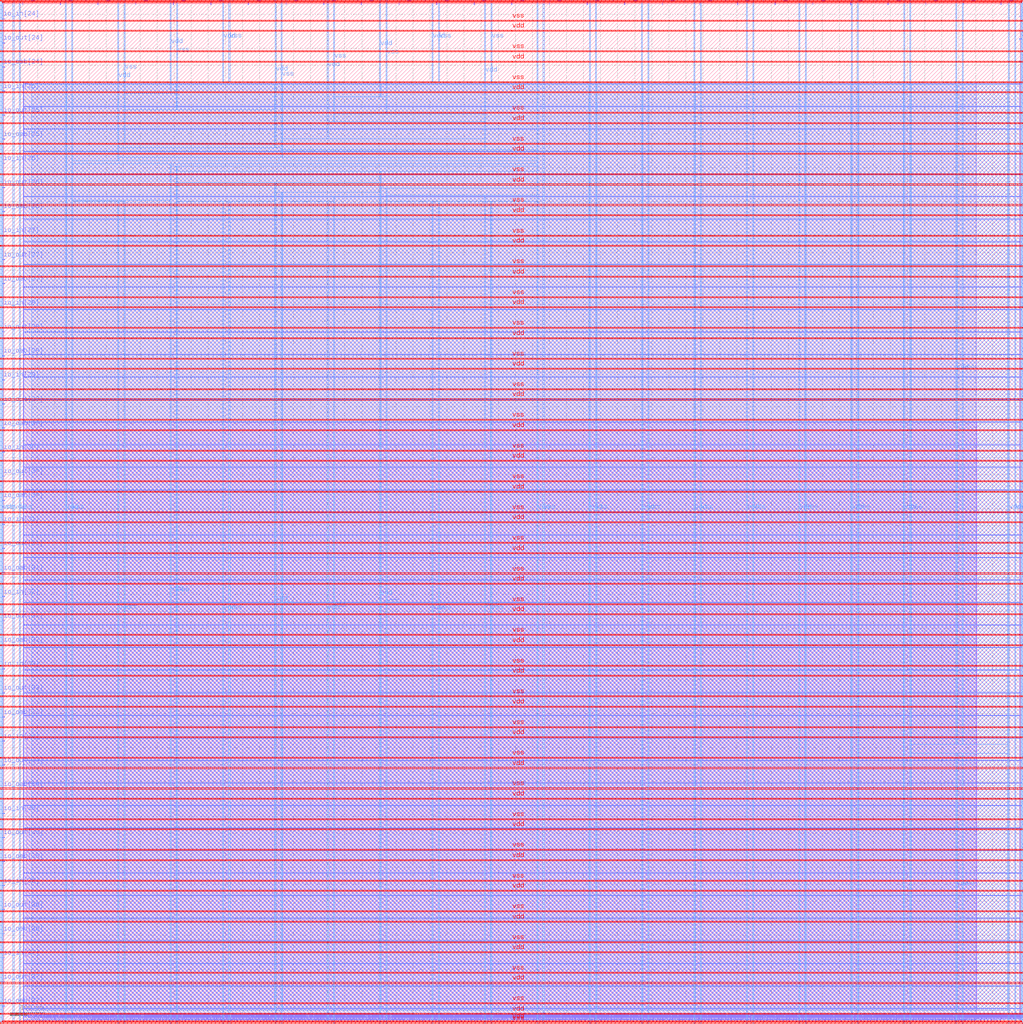
<source format=lef>
VERSION 5.7 ;
  NOWIREEXTENSIONATPIN ON ;
  DIVIDERCHAR "/" ;
  BUSBITCHARS "[]" ;
MACRO user_project_wrapper
  CLASS BLOCK ;
  FOREIGN user_project_wrapper ;
  ORIGIN 0.000 0.000 ;
  SIZE 2980.200 BY 2980.200 ;
  PIN io_in[0]
    DIRECTION INPUT ;
    USE SIGNAL ;
    PORT
      LAYER Metal3 ;
        RECT 2977.800 35.560 2985.000 36.680 ;
    END
  END io_in[0]
  PIN io_in[10]
    DIRECTION INPUT ;
    USE SIGNAL ;
    PORT
      LAYER Metal3 ;
        RECT 2977.800 2017.960 2985.000 2019.080 ;
    END
  END io_in[10]
  PIN io_in[11]
    DIRECTION INPUT ;
    USE SIGNAL ;
    PORT
      LAYER Metal3 ;
        RECT 2977.800 2216.200 2985.000 2217.320 ;
    END
  END io_in[11]
  PIN io_in[12]
    DIRECTION INPUT ;
    USE SIGNAL ;
    PORT
      LAYER Metal3 ;
        RECT 2977.800 2414.440 2985.000 2415.560 ;
    END
  END io_in[12]
  PIN io_in[13]
    DIRECTION INPUT ;
    USE SIGNAL ;
    PORT
      LAYER Metal3 ;
        RECT 2977.800 2612.680 2985.000 2613.800 ;
    END
  END io_in[13]
  PIN io_in[14]
    DIRECTION INPUT ;
    USE SIGNAL ;
    PORT
      LAYER Metal3 ;
        RECT 2977.800 2810.920 2985.000 2812.040 ;
    END
  END io_in[14]
  PIN io_in[15]
    DIRECTION INPUT ;
    USE SIGNAL ;
    PORT
      LAYER Metal2 ;
        RECT 2923.480 2977.800 2924.600 2985.000 ;
    END
  END io_in[15]
  PIN io_in[16]
    DIRECTION INPUT ;
    USE SIGNAL ;
    PORT
      LAYER Metal2 ;
        RECT 2592.520 2977.800 2593.640 2985.000 ;
    END
  END io_in[16]
  PIN io_in[17]
    DIRECTION INPUT ;
    USE SIGNAL ;
    PORT
      LAYER Metal2 ;
        RECT 2261.560 2977.800 2262.680 2985.000 ;
    END
  END io_in[17]
  PIN io_in[18]
    DIRECTION INPUT ;
    USE SIGNAL ;
    PORT
      LAYER Metal2 ;
        RECT 1930.600 2977.800 1931.720 2985.000 ;
    END
  END io_in[18]
  PIN io_in[19]
    DIRECTION INPUT ;
    USE SIGNAL ;
    PORT
      LAYER Metal2 ;
        RECT 1599.640 2977.800 1600.760 2985.000 ;
    END
  END io_in[19]
  PIN io_in[1]
    DIRECTION INPUT ;
    USE SIGNAL ;
    PORT
      LAYER Metal3 ;
        RECT 2977.800 233.800 2985.000 234.920 ;
    END
  END io_in[1]
  PIN io_in[20]
    DIRECTION INPUT ;
    USE SIGNAL ;
    PORT
      LAYER Metal2 ;
        RECT 1268.680 2977.800 1269.800 2985.000 ;
    END
  END io_in[20]
  PIN io_in[21]
    DIRECTION INPUT ;
    USE SIGNAL ;
    PORT
      LAYER Metal2 ;
        RECT 937.720 2977.800 938.840 2985.000 ;
    END
  END io_in[21]
  PIN io_in[22]
    DIRECTION INPUT ;
    USE SIGNAL ;
    PORT
      LAYER Metal2 ;
        RECT 606.760 2977.800 607.880 2985.000 ;
    END
  END io_in[22]
  PIN io_in[23]
    DIRECTION INPUT ;
    USE SIGNAL ;
    PORT
      LAYER Metal2 ;
        RECT 275.800 2977.800 276.920 2985.000 ;
    END
  END io_in[23]
  PIN io_in[24]
    DIRECTION INPUT ;
    USE SIGNAL ;
    PORT
      LAYER Metal3 ;
        RECT -4.800 2935.800 2.400 2936.920 ;
    END
  END io_in[24]
  PIN io_in[25]
    DIRECTION INPUT ;
    USE SIGNAL ;
    PORT
      LAYER Metal3 ;
        RECT -4.800 2724.120 2.400 2725.240 ;
    END
  END io_in[25]
  PIN io_in[26]
    DIRECTION INPUT ;
    USE SIGNAL ;
    PORT
      LAYER Metal3 ;
        RECT -4.800 2512.440 2.400 2513.560 ;
    END
  END io_in[26]
  PIN io_in[27]
    DIRECTION INPUT ;
    USE SIGNAL ;
    PORT
      LAYER Metal3 ;
        RECT -4.800 2300.760 2.400 2301.880 ;
    END
  END io_in[27]
  PIN io_in[28]
    DIRECTION INPUT ;
    USE SIGNAL ;
    PORT
      LAYER Metal3 ;
        RECT -4.800 2089.080 2.400 2090.200 ;
    END
  END io_in[28]
  PIN io_in[29]
    DIRECTION INPUT ;
    USE SIGNAL ;
    PORT
      LAYER Metal3 ;
        RECT -4.800 1877.400 2.400 1878.520 ;
    END
  END io_in[29]
  PIN io_in[2]
    DIRECTION INPUT ;
    USE SIGNAL ;
    PORT
      LAYER Metal3 ;
        RECT 2977.800 432.040 2985.000 433.160 ;
    END
  END io_in[2]
  PIN io_in[30]
    DIRECTION INPUT ;
    USE SIGNAL ;
    PORT
      LAYER Metal3 ;
        RECT -4.800 1665.720 2.400 1666.840 ;
    END
  END io_in[30]
  PIN io_in[31]
    DIRECTION INPUT ;
    USE SIGNAL ;
    PORT
      LAYER Metal3 ;
        RECT -4.800 1454.040 2.400 1455.160 ;
    END
  END io_in[31]
  PIN io_in[32]
    DIRECTION INPUT ;
    USE SIGNAL ;
    PORT
      LAYER Metal3 ;
        RECT -4.800 1242.360 2.400 1243.480 ;
    END
  END io_in[32]
  PIN io_in[33]
    DIRECTION INPUT ;
    USE SIGNAL ;
    PORT
      LAYER Metal3 ;
        RECT -4.800 1030.680 2.400 1031.800 ;
    END
  END io_in[33]
  PIN io_in[34]
    DIRECTION INPUT ;
    USE SIGNAL ;
    PORT
      LAYER Metal3 ;
        RECT -4.800 819.000 2.400 820.120 ;
    END
  END io_in[34]
  PIN io_in[35]
    DIRECTION INPUT ;
    USE SIGNAL ;
    PORT
      LAYER Metal3 ;
        RECT -4.800 607.320 2.400 608.440 ;
    END
  END io_in[35]
  PIN io_in[36]
    DIRECTION INPUT ;
    USE SIGNAL ;
    PORT
      LAYER Metal3 ;
        RECT -4.800 395.640 2.400 396.760 ;
    END
  END io_in[36]
  PIN io_in[37]
    DIRECTION INPUT ;
    USE SIGNAL ;
    PORT
      LAYER Metal3 ;
        RECT -4.800 183.960 2.400 185.080 ;
    END
  END io_in[37]
  PIN io_in[3]
    DIRECTION INPUT ;
    USE SIGNAL ;
    PORT
      LAYER Metal3 ;
        RECT 2977.800 630.280 2985.000 631.400 ;
    END
  END io_in[3]
  PIN io_in[4]
    DIRECTION INPUT ;
    USE SIGNAL ;
    PORT
      LAYER Metal3 ;
        RECT 2977.800 828.520 2985.000 829.640 ;
    END
  END io_in[4]
  PIN io_in[5]
    DIRECTION INPUT ;
    USE SIGNAL ;
    PORT
      LAYER Metal3 ;
        RECT 2977.800 1026.760 2985.000 1027.880 ;
    END
  END io_in[5]
  PIN io_in[6]
    DIRECTION INPUT ;
    USE SIGNAL ;
    PORT
      LAYER Metal3 ;
        RECT 2977.800 1225.000 2985.000 1226.120 ;
    END
  END io_in[6]
  PIN io_in[7]
    DIRECTION INPUT ;
    USE SIGNAL ;
    PORT
      LAYER Metal3 ;
        RECT 2977.800 1423.240 2985.000 1424.360 ;
    END
  END io_in[7]
  PIN io_in[8]
    DIRECTION INPUT ;
    USE SIGNAL ;
    PORT
      LAYER Metal3 ;
        RECT 2977.800 1621.480 2985.000 1622.600 ;
    END
  END io_in[8]
  PIN io_in[9]
    DIRECTION INPUT ;
    USE SIGNAL ;
    PORT
      LAYER Metal3 ;
        RECT 2977.800 1819.720 2985.000 1820.840 ;
    END
  END io_in[9]
  PIN io_oeb[0]
    DIRECTION OUTPUT TRISTATE ;
    USE SIGNAL ;
    PORT
      LAYER Metal3 ;
        RECT 2977.800 167.720 2985.000 168.840 ;
    END
  END io_oeb[0]
  PIN io_oeb[10]
    DIRECTION OUTPUT TRISTATE ;
    USE SIGNAL ;
    PORT
      LAYER Metal3 ;
        RECT 2977.800 2150.120 2985.000 2151.240 ;
    END
  END io_oeb[10]
  PIN io_oeb[11]
    DIRECTION OUTPUT TRISTATE ;
    USE SIGNAL ;
    PORT
      LAYER Metal3 ;
        RECT 2977.800 2348.360 2985.000 2349.480 ;
    END
  END io_oeb[11]
  PIN io_oeb[12]
    DIRECTION OUTPUT TRISTATE ;
    USE SIGNAL ;
    PORT
      LAYER Metal3 ;
        RECT 2977.800 2546.600 2985.000 2547.720 ;
    END
  END io_oeb[12]
  PIN io_oeb[13]
    DIRECTION OUTPUT TRISTATE ;
    USE SIGNAL ;
    PORT
      LAYER Metal3 ;
        RECT 2977.800 2744.840 2985.000 2745.960 ;
    END
  END io_oeb[13]
  PIN io_oeb[14]
    DIRECTION OUTPUT TRISTATE ;
    USE SIGNAL ;
    PORT
      LAYER Metal3 ;
        RECT 2977.800 2943.080 2985.000 2944.200 ;
    END
  END io_oeb[14]
  PIN io_oeb[15]
    DIRECTION OUTPUT TRISTATE ;
    USE SIGNAL ;
    PORT
      LAYER Metal2 ;
        RECT 2702.840 2977.800 2703.960 2985.000 ;
    END
  END io_oeb[15]
  PIN io_oeb[16]
    DIRECTION OUTPUT TRISTATE ;
    USE SIGNAL ;
    PORT
      LAYER Metal2 ;
        RECT 2371.880 2977.800 2373.000 2985.000 ;
    END
  END io_oeb[16]
  PIN io_oeb[17]
    DIRECTION OUTPUT TRISTATE ;
    USE SIGNAL ;
    PORT
      LAYER Metal2 ;
        RECT 2040.920 2977.800 2042.040 2985.000 ;
    END
  END io_oeb[17]
  PIN io_oeb[18]
    DIRECTION OUTPUT TRISTATE ;
    USE SIGNAL ;
    PORT
      LAYER Metal2 ;
        RECT 1709.960 2977.800 1711.080 2985.000 ;
    END
  END io_oeb[18]
  PIN io_oeb[19]
    DIRECTION OUTPUT TRISTATE ;
    USE SIGNAL ;
    PORT
      LAYER Metal2 ;
        RECT 1379.000 2977.800 1380.120 2985.000 ;
    END
  END io_oeb[19]
  PIN io_oeb[1]
    DIRECTION OUTPUT TRISTATE ;
    USE SIGNAL ;
    PORT
      LAYER Metal3 ;
        RECT 2977.800 365.960 2985.000 367.080 ;
    END
  END io_oeb[1]
  PIN io_oeb[20]
    DIRECTION OUTPUT TRISTATE ;
    USE SIGNAL ;
    PORT
      LAYER Metal2 ;
        RECT 1048.040 2977.800 1049.160 2985.000 ;
    END
  END io_oeb[20]
  PIN io_oeb[21]
    DIRECTION OUTPUT TRISTATE ;
    USE SIGNAL ;
    PORT
      LAYER Metal2 ;
        RECT 717.080 2977.800 718.200 2985.000 ;
    END
  END io_oeb[21]
  PIN io_oeb[22]
    DIRECTION OUTPUT TRISTATE ;
    USE SIGNAL ;
    PORT
      LAYER Metal2 ;
        RECT 386.120 2977.800 387.240 2985.000 ;
    END
  END io_oeb[22]
  PIN io_oeb[23]
    DIRECTION OUTPUT TRISTATE ;
    USE SIGNAL ;
    PORT
      LAYER Metal2 ;
        RECT 55.160 2977.800 56.280 2985.000 ;
    END
  END io_oeb[23]
  PIN io_oeb[24]
    DIRECTION OUTPUT TRISTATE ;
    USE SIGNAL ;
    PORT
      LAYER Metal3 ;
        RECT -4.800 2794.680 2.400 2795.800 ;
    END
  END io_oeb[24]
  PIN io_oeb[25]
    DIRECTION OUTPUT TRISTATE ;
    USE SIGNAL ;
    PORT
      LAYER Metal3 ;
        RECT -4.800 2583.000 2.400 2584.120 ;
    END
  END io_oeb[25]
  PIN io_oeb[26]
    DIRECTION OUTPUT TRISTATE ;
    USE SIGNAL ;
    PORT
      LAYER Metal3 ;
        RECT -4.800 2371.320 2.400 2372.440 ;
    END
  END io_oeb[26]
  PIN io_oeb[27]
    DIRECTION OUTPUT TRISTATE ;
    USE SIGNAL ;
    PORT
      LAYER Metal3 ;
        RECT -4.800 2159.640 2.400 2160.760 ;
    END
  END io_oeb[27]
  PIN io_oeb[28]
    DIRECTION OUTPUT TRISTATE ;
    USE SIGNAL ;
    PORT
      LAYER Metal3 ;
        RECT -4.800 1947.960 2.400 1949.080 ;
    END
  END io_oeb[28]
  PIN io_oeb[29]
    DIRECTION OUTPUT TRISTATE ;
    USE SIGNAL ;
    PORT
      LAYER Metal3 ;
        RECT -4.800 1736.280 2.400 1737.400 ;
    END
  END io_oeb[29]
  PIN io_oeb[2]
    DIRECTION OUTPUT TRISTATE ;
    USE SIGNAL ;
    PORT
      LAYER Metal3 ;
        RECT 2977.800 564.200 2985.000 565.320 ;
    END
  END io_oeb[2]
  PIN io_oeb[30]
    DIRECTION OUTPUT TRISTATE ;
    USE SIGNAL ;
    PORT
      LAYER Metal3 ;
        RECT -4.800 1524.600 2.400 1525.720 ;
    END
  END io_oeb[30]
  PIN io_oeb[31]
    DIRECTION OUTPUT TRISTATE ;
    USE SIGNAL ;
    PORT
      LAYER Metal3 ;
        RECT -4.800 1312.920 2.400 1314.040 ;
    END
  END io_oeb[31]
  PIN io_oeb[32]
    DIRECTION OUTPUT TRISTATE ;
    USE SIGNAL ;
    PORT
      LAYER Metal3 ;
        RECT -4.800 1101.240 2.400 1102.360 ;
    END
  END io_oeb[32]
  PIN io_oeb[33]
    DIRECTION OUTPUT TRISTATE ;
    USE SIGNAL ;
    PORT
      LAYER Metal3 ;
        RECT -4.800 889.560 2.400 890.680 ;
    END
  END io_oeb[33]
  PIN io_oeb[34]
    DIRECTION OUTPUT TRISTATE ;
    USE SIGNAL ;
    PORT
      LAYER Metal3 ;
        RECT -4.800 677.880 2.400 679.000 ;
    END
  END io_oeb[34]
  PIN io_oeb[35]
    DIRECTION OUTPUT TRISTATE ;
    USE SIGNAL ;
    PORT
      LAYER Metal3 ;
        RECT -4.800 466.200 2.400 467.320 ;
    END
  END io_oeb[35]
  PIN io_oeb[36]
    DIRECTION OUTPUT TRISTATE ;
    USE SIGNAL ;
    PORT
      LAYER Metal3 ;
        RECT -4.800 254.520 2.400 255.640 ;
    END
  END io_oeb[36]
  PIN io_oeb[37]
    DIRECTION OUTPUT TRISTATE ;
    USE SIGNAL ;
    PORT
      LAYER Metal3 ;
        RECT -4.800 42.840 2.400 43.960 ;
    END
  END io_oeb[37]
  PIN io_oeb[3]
    DIRECTION OUTPUT TRISTATE ;
    USE SIGNAL ;
    PORT
      LAYER Metal3 ;
        RECT 2977.800 762.440 2985.000 763.560 ;
    END
  END io_oeb[3]
  PIN io_oeb[4]
    DIRECTION OUTPUT TRISTATE ;
    USE SIGNAL ;
    PORT
      LAYER Metal3 ;
        RECT 2977.800 960.680 2985.000 961.800 ;
    END
  END io_oeb[4]
  PIN io_oeb[5]
    DIRECTION OUTPUT TRISTATE ;
    USE SIGNAL ;
    PORT
      LAYER Metal3 ;
        RECT 2977.800 1158.920 2985.000 1160.040 ;
    END
  END io_oeb[5]
  PIN io_oeb[6]
    DIRECTION OUTPUT TRISTATE ;
    USE SIGNAL ;
    PORT
      LAYER Metal3 ;
        RECT 2977.800 1357.160 2985.000 1358.280 ;
    END
  END io_oeb[6]
  PIN io_oeb[7]
    DIRECTION OUTPUT TRISTATE ;
    USE SIGNAL ;
    PORT
      LAYER Metal3 ;
        RECT 2977.800 1555.400 2985.000 1556.520 ;
    END
  END io_oeb[7]
  PIN io_oeb[8]
    DIRECTION OUTPUT TRISTATE ;
    USE SIGNAL ;
    PORT
      LAYER Metal3 ;
        RECT 2977.800 1753.640 2985.000 1754.760 ;
    END
  END io_oeb[8]
  PIN io_oeb[9]
    DIRECTION OUTPUT TRISTATE ;
    USE SIGNAL ;
    PORT
      LAYER Metal3 ;
        RECT 2977.800 1951.880 2985.000 1953.000 ;
    END
  END io_oeb[9]
  PIN io_out[0]
    DIRECTION OUTPUT TRISTATE ;
    USE SIGNAL ;
    PORT
      LAYER Metal3 ;
        RECT 2977.800 101.640 2985.000 102.760 ;
    END
  END io_out[0]
  PIN io_out[10]
    DIRECTION OUTPUT TRISTATE ;
    USE SIGNAL ;
    PORT
      LAYER Metal3 ;
        RECT 2977.800 2084.040 2985.000 2085.160 ;
    END
  END io_out[10]
  PIN io_out[11]
    DIRECTION OUTPUT TRISTATE ;
    USE SIGNAL ;
    PORT
      LAYER Metal3 ;
        RECT 2977.800 2282.280 2985.000 2283.400 ;
    END
  END io_out[11]
  PIN io_out[12]
    DIRECTION OUTPUT TRISTATE ;
    USE SIGNAL ;
    PORT
      LAYER Metal3 ;
        RECT 2977.800 2480.520 2985.000 2481.640 ;
    END
  END io_out[12]
  PIN io_out[13]
    DIRECTION OUTPUT TRISTATE ;
    USE SIGNAL ;
    PORT
      LAYER Metal3 ;
        RECT 2977.800 2678.760 2985.000 2679.880 ;
    END
  END io_out[13]
  PIN io_out[14]
    DIRECTION OUTPUT TRISTATE ;
    USE SIGNAL ;
    PORT
      LAYER Metal3 ;
        RECT 2977.800 2877.000 2985.000 2878.120 ;
    END
  END io_out[14]
  PIN io_out[15]
    DIRECTION OUTPUT TRISTATE ;
    USE SIGNAL ;
    PORT
      LAYER Metal2 ;
        RECT 2813.160 2977.800 2814.280 2985.000 ;
    END
  END io_out[15]
  PIN io_out[16]
    DIRECTION OUTPUT TRISTATE ;
    USE SIGNAL ;
    PORT
      LAYER Metal2 ;
        RECT 2482.200 2977.800 2483.320 2985.000 ;
    END
  END io_out[16]
  PIN io_out[17]
    DIRECTION OUTPUT TRISTATE ;
    USE SIGNAL ;
    PORT
      LAYER Metal2 ;
        RECT 2151.240 2977.800 2152.360 2985.000 ;
    END
  END io_out[17]
  PIN io_out[18]
    DIRECTION OUTPUT TRISTATE ;
    USE SIGNAL ;
    PORT
      LAYER Metal2 ;
        RECT 1820.280 2977.800 1821.400 2985.000 ;
    END
  END io_out[18]
  PIN io_out[19]
    DIRECTION OUTPUT TRISTATE ;
    USE SIGNAL ;
    PORT
      LAYER Metal2 ;
        RECT 1489.320 2977.800 1490.440 2985.000 ;
    END
  END io_out[19]
  PIN io_out[1]
    DIRECTION OUTPUT TRISTATE ;
    USE SIGNAL ;
    PORT
      LAYER Metal3 ;
        RECT 2977.800 299.880 2985.000 301.000 ;
    END
  END io_out[1]
  PIN io_out[20]
    DIRECTION OUTPUT TRISTATE ;
    USE SIGNAL ;
    PORT
      LAYER Metal2 ;
        RECT 1158.360 2977.800 1159.480 2985.000 ;
    END
  END io_out[20]
  PIN io_out[21]
    DIRECTION OUTPUT TRISTATE ;
    USE SIGNAL ;
    PORT
      LAYER Metal2 ;
        RECT 827.400 2977.800 828.520 2985.000 ;
    END
  END io_out[21]
  PIN io_out[22]
    DIRECTION OUTPUT TRISTATE ;
    USE SIGNAL ;
    PORT
      LAYER Metal2 ;
        RECT 496.440 2977.800 497.560 2985.000 ;
    END
  END io_out[22]
  PIN io_out[23]
    DIRECTION OUTPUT TRISTATE ;
    USE SIGNAL ;
    PORT
      LAYER Metal2 ;
        RECT 165.480 2977.800 166.600 2985.000 ;
    END
  END io_out[23]
  PIN io_out[24]
    DIRECTION OUTPUT TRISTATE ;
    USE SIGNAL ;
    PORT
      LAYER Metal3 ;
        RECT -4.800 2865.240 2.400 2866.360 ;
    END
  END io_out[24]
  PIN io_out[25]
    DIRECTION OUTPUT TRISTATE ;
    USE SIGNAL ;
    PORT
      LAYER Metal3 ;
        RECT -4.800 2653.560 2.400 2654.680 ;
    END
  END io_out[25]
  PIN io_out[26]
    DIRECTION OUTPUT TRISTATE ;
    USE SIGNAL ;
    PORT
      LAYER Metal3 ;
        RECT -4.800 2441.880 2.400 2443.000 ;
    END
  END io_out[26]
  PIN io_out[27]
    DIRECTION OUTPUT TRISTATE ;
    USE SIGNAL ;
    PORT
      LAYER Metal3 ;
        RECT -4.800 2230.200 2.400 2231.320 ;
    END
  END io_out[27]
  PIN io_out[28]
    DIRECTION OUTPUT TRISTATE ;
    USE SIGNAL ;
    PORT
      LAYER Metal3 ;
        RECT -4.800 2018.520 2.400 2019.640 ;
    END
  END io_out[28]
  PIN io_out[29]
    DIRECTION OUTPUT TRISTATE ;
    USE SIGNAL ;
    PORT
      LAYER Metal3 ;
        RECT -4.800 1806.840 2.400 1807.960 ;
    END
  END io_out[29]
  PIN io_out[2]
    DIRECTION OUTPUT TRISTATE ;
    USE SIGNAL ;
    PORT
      LAYER Metal3 ;
        RECT 2977.800 498.120 2985.000 499.240 ;
    END
  END io_out[2]
  PIN io_out[30]
    DIRECTION OUTPUT TRISTATE ;
    USE SIGNAL ;
    PORT
      LAYER Metal3 ;
        RECT -4.800 1595.160 2.400 1596.280 ;
    END
  END io_out[30]
  PIN io_out[31]
    DIRECTION OUTPUT TRISTATE ;
    USE SIGNAL ;
    PORT
      LAYER Metal3 ;
        RECT -4.800 1383.480 2.400 1384.600 ;
    END
  END io_out[31]
  PIN io_out[32]
    DIRECTION OUTPUT TRISTATE ;
    USE SIGNAL ;
    PORT
      LAYER Metal3 ;
        RECT -4.800 1171.800 2.400 1172.920 ;
    END
  END io_out[32]
  PIN io_out[33]
    DIRECTION OUTPUT TRISTATE ;
    USE SIGNAL ;
    PORT
      LAYER Metal3 ;
        RECT -4.800 960.120 2.400 961.240 ;
    END
  END io_out[33]
  PIN io_out[34]
    DIRECTION OUTPUT TRISTATE ;
    USE SIGNAL ;
    PORT
      LAYER Metal3 ;
        RECT -4.800 748.440 2.400 749.560 ;
    END
  END io_out[34]
  PIN io_out[35]
    DIRECTION OUTPUT TRISTATE ;
    USE SIGNAL ;
    PORT
      LAYER Metal3 ;
        RECT -4.800 536.760 2.400 537.880 ;
    END
  END io_out[35]
  PIN io_out[36]
    DIRECTION OUTPUT TRISTATE ;
    USE SIGNAL ;
    PORT
      LAYER Metal3 ;
        RECT -4.800 325.080 2.400 326.200 ;
    END
  END io_out[36]
  PIN io_out[37]
    DIRECTION OUTPUT TRISTATE ;
    USE SIGNAL ;
    PORT
      LAYER Metal3 ;
        RECT -4.800 113.400 2.400 114.520 ;
    END
  END io_out[37]
  PIN io_out[3]
    DIRECTION OUTPUT TRISTATE ;
    USE SIGNAL ;
    PORT
      LAYER Metal3 ;
        RECT 2977.800 696.360 2985.000 697.480 ;
    END
  END io_out[3]
  PIN io_out[4]
    DIRECTION OUTPUT TRISTATE ;
    USE SIGNAL ;
    PORT
      LAYER Metal3 ;
        RECT 2977.800 894.600 2985.000 895.720 ;
    END
  END io_out[4]
  PIN io_out[5]
    DIRECTION OUTPUT TRISTATE ;
    USE SIGNAL ;
    PORT
      LAYER Metal3 ;
        RECT 2977.800 1092.840 2985.000 1093.960 ;
    END
  END io_out[5]
  PIN io_out[6]
    DIRECTION OUTPUT TRISTATE ;
    USE SIGNAL ;
    PORT
      LAYER Metal3 ;
        RECT 2977.800 1291.080 2985.000 1292.200 ;
    END
  END io_out[6]
  PIN io_out[7]
    DIRECTION OUTPUT TRISTATE ;
    USE SIGNAL ;
    PORT
      LAYER Metal3 ;
        RECT 2977.800 1489.320 2985.000 1490.440 ;
    END
  END io_out[7]
  PIN io_out[8]
    DIRECTION OUTPUT TRISTATE ;
    USE SIGNAL ;
    PORT
      LAYER Metal3 ;
        RECT 2977.800 1687.560 2985.000 1688.680 ;
    END
  END io_out[8]
  PIN io_out[9]
    DIRECTION OUTPUT TRISTATE ;
    USE SIGNAL ;
    PORT
      LAYER Metal3 ;
        RECT 2977.800 1885.800 2985.000 1886.920 ;
    END
  END io_out[9]
  PIN la_data_in[0]
    DIRECTION INPUT ;
    USE SIGNAL ;
    PORT
      LAYER Metal2 ;
        RECT 1065.960 -4.800 1067.080 2.400 ;
    END
  END la_data_in[0]
  PIN la_data_in[10]
    DIRECTION INPUT ;
    USE SIGNAL ;
    PORT
      LAYER Metal2 ;
        RECT 1351.560 -4.800 1352.680 2.400 ;
    END
  END la_data_in[10]
  PIN la_data_in[11]
    DIRECTION INPUT ;
    USE SIGNAL ;
    PORT
      LAYER Metal2 ;
        RECT 1380.120 -4.800 1381.240 2.400 ;
    END
  END la_data_in[11]
  PIN la_data_in[12]
    DIRECTION INPUT ;
    USE SIGNAL ;
    PORT
      LAYER Metal2 ;
        RECT 1408.680 -4.800 1409.800 2.400 ;
    END
  END la_data_in[12]
  PIN la_data_in[13]
    DIRECTION INPUT ;
    USE SIGNAL ;
    PORT
      LAYER Metal2 ;
        RECT 1437.240 -4.800 1438.360 2.400 ;
    END
  END la_data_in[13]
  PIN la_data_in[14]
    DIRECTION INPUT ;
    USE SIGNAL ;
    PORT
      LAYER Metal2 ;
        RECT 1465.800 -4.800 1466.920 2.400 ;
    END
  END la_data_in[14]
  PIN la_data_in[15]
    DIRECTION INPUT ;
    USE SIGNAL ;
    PORT
      LAYER Metal2 ;
        RECT 1494.360 -4.800 1495.480 2.400 ;
    END
  END la_data_in[15]
  PIN la_data_in[16]
    DIRECTION INPUT ;
    USE SIGNAL ;
    PORT
      LAYER Metal2 ;
        RECT 1522.920 -4.800 1524.040 2.400 ;
    END
  END la_data_in[16]
  PIN la_data_in[17]
    DIRECTION INPUT ;
    USE SIGNAL ;
    PORT
      LAYER Metal2 ;
        RECT 1551.480 -4.800 1552.600 2.400 ;
    END
  END la_data_in[17]
  PIN la_data_in[18]
    DIRECTION INPUT ;
    USE SIGNAL ;
    PORT
      LAYER Metal2 ;
        RECT 1580.040 -4.800 1581.160 2.400 ;
    END
  END la_data_in[18]
  PIN la_data_in[19]
    DIRECTION INPUT ;
    USE SIGNAL ;
    PORT
      LAYER Metal2 ;
        RECT 1608.600 -4.800 1609.720 2.400 ;
    END
  END la_data_in[19]
  PIN la_data_in[1]
    DIRECTION INPUT ;
    USE SIGNAL ;
    PORT
      LAYER Metal2 ;
        RECT 1094.520 -4.800 1095.640 2.400 ;
    END
  END la_data_in[1]
  PIN la_data_in[20]
    DIRECTION INPUT ;
    USE SIGNAL ;
    PORT
      LAYER Metal2 ;
        RECT 1637.160 -4.800 1638.280 2.400 ;
    END
  END la_data_in[20]
  PIN la_data_in[21]
    DIRECTION INPUT ;
    USE SIGNAL ;
    PORT
      LAYER Metal2 ;
        RECT 1665.720 -4.800 1666.840 2.400 ;
    END
  END la_data_in[21]
  PIN la_data_in[22]
    DIRECTION INPUT ;
    USE SIGNAL ;
    PORT
      LAYER Metal2 ;
        RECT 1694.280 -4.800 1695.400 2.400 ;
    END
  END la_data_in[22]
  PIN la_data_in[23]
    DIRECTION INPUT ;
    USE SIGNAL ;
    PORT
      LAYER Metal2 ;
        RECT 1722.840 -4.800 1723.960 2.400 ;
    END
  END la_data_in[23]
  PIN la_data_in[24]
    DIRECTION INPUT ;
    USE SIGNAL ;
    PORT
      LAYER Metal2 ;
        RECT 1751.400 -4.800 1752.520 2.400 ;
    END
  END la_data_in[24]
  PIN la_data_in[25]
    DIRECTION INPUT ;
    USE SIGNAL ;
    PORT
      LAYER Metal2 ;
        RECT 1779.960 -4.800 1781.080 2.400 ;
    END
  END la_data_in[25]
  PIN la_data_in[26]
    DIRECTION INPUT ;
    USE SIGNAL ;
    PORT
      LAYER Metal2 ;
        RECT 1808.520 -4.800 1809.640 2.400 ;
    END
  END la_data_in[26]
  PIN la_data_in[27]
    DIRECTION INPUT ;
    USE SIGNAL ;
    PORT
      LAYER Metal2 ;
        RECT 1837.080 -4.800 1838.200 2.400 ;
    END
  END la_data_in[27]
  PIN la_data_in[28]
    DIRECTION INPUT ;
    USE SIGNAL ;
    PORT
      LAYER Metal2 ;
        RECT 1865.640 -4.800 1866.760 2.400 ;
    END
  END la_data_in[28]
  PIN la_data_in[29]
    DIRECTION INPUT ;
    USE SIGNAL ;
    PORT
      LAYER Metal2 ;
        RECT 1894.200 -4.800 1895.320 2.400 ;
    END
  END la_data_in[29]
  PIN la_data_in[2]
    DIRECTION INPUT ;
    USE SIGNAL ;
    PORT
      LAYER Metal2 ;
        RECT 1123.080 -4.800 1124.200 2.400 ;
    END
  END la_data_in[2]
  PIN la_data_in[30]
    DIRECTION INPUT ;
    USE SIGNAL ;
    PORT
      LAYER Metal2 ;
        RECT 1922.760 -4.800 1923.880 2.400 ;
    END
  END la_data_in[30]
  PIN la_data_in[31]
    DIRECTION INPUT ;
    USE SIGNAL ;
    PORT
      LAYER Metal2 ;
        RECT 1951.320 -4.800 1952.440 2.400 ;
    END
  END la_data_in[31]
  PIN la_data_in[32]
    DIRECTION INPUT ;
    USE SIGNAL ;
    PORT
      LAYER Metal2 ;
        RECT 1979.880 -4.800 1981.000 2.400 ;
    END
  END la_data_in[32]
  PIN la_data_in[33]
    DIRECTION INPUT ;
    USE SIGNAL ;
    PORT
      LAYER Metal2 ;
        RECT 2008.440 -4.800 2009.560 2.400 ;
    END
  END la_data_in[33]
  PIN la_data_in[34]
    DIRECTION INPUT ;
    USE SIGNAL ;
    PORT
      LAYER Metal2 ;
        RECT 2037.000 -4.800 2038.120 2.400 ;
    END
  END la_data_in[34]
  PIN la_data_in[35]
    DIRECTION INPUT ;
    USE SIGNAL ;
    PORT
      LAYER Metal2 ;
        RECT 2065.560 -4.800 2066.680 2.400 ;
    END
  END la_data_in[35]
  PIN la_data_in[36]
    DIRECTION INPUT ;
    USE SIGNAL ;
    PORT
      LAYER Metal2 ;
        RECT 2094.120 -4.800 2095.240 2.400 ;
    END
  END la_data_in[36]
  PIN la_data_in[37]
    DIRECTION INPUT ;
    USE SIGNAL ;
    PORT
      LAYER Metal2 ;
        RECT 2122.680 -4.800 2123.800 2.400 ;
    END
  END la_data_in[37]
  PIN la_data_in[38]
    DIRECTION INPUT ;
    USE SIGNAL ;
    PORT
      LAYER Metal2 ;
        RECT 2151.240 -4.800 2152.360 2.400 ;
    END
  END la_data_in[38]
  PIN la_data_in[39]
    DIRECTION INPUT ;
    USE SIGNAL ;
    PORT
      LAYER Metal2 ;
        RECT 2179.800 -4.800 2180.920 2.400 ;
    END
  END la_data_in[39]
  PIN la_data_in[3]
    DIRECTION INPUT ;
    USE SIGNAL ;
    PORT
      LAYER Metal2 ;
        RECT 1151.640 -4.800 1152.760 2.400 ;
    END
  END la_data_in[3]
  PIN la_data_in[40]
    DIRECTION INPUT ;
    USE SIGNAL ;
    PORT
      LAYER Metal2 ;
        RECT 2208.360 -4.800 2209.480 2.400 ;
    END
  END la_data_in[40]
  PIN la_data_in[41]
    DIRECTION INPUT ;
    USE SIGNAL ;
    PORT
      LAYER Metal2 ;
        RECT 2236.920 -4.800 2238.040 2.400 ;
    END
  END la_data_in[41]
  PIN la_data_in[42]
    DIRECTION INPUT ;
    USE SIGNAL ;
    PORT
      LAYER Metal2 ;
        RECT 2265.480 -4.800 2266.600 2.400 ;
    END
  END la_data_in[42]
  PIN la_data_in[43]
    DIRECTION INPUT ;
    USE SIGNAL ;
    PORT
      LAYER Metal2 ;
        RECT 2294.040 -4.800 2295.160 2.400 ;
    END
  END la_data_in[43]
  PIN la_data_in[44]
    DIRECTION INPUT ;
    USE SIGNAL ;
    PORT
      LAYER Metal2 ;
        RECT 2322.600 -4.800 2323.720 2.400 ;
    END
  END la_data_in[44]
  PIN la_data_in[45]
    DIRECTION INPUT ;
    USE SIGNAL ;
    PORT
      LAYER Metal2 ;
        RECT 2351.160 -4.800 2352.280 2.400 ;
    END
  END la_data_in[45]
  PIN la_data_in[46]
    DIRECTION INPUT ;
    USE SIGNAL ;
    PORT
      LAYER Metal2 ;
        RECT 2379.720 -4.800 2380.840 2.400 ;
    END
  END la_data_in[46]
  PIN la_data_in[47]
    DIRECTION INPUT ;
    USE SIGNAL ;
    PORT
      LAYER Metal2 ;
        RECT 2408.280 -4.800 2409.400 2.400 ;
    END
  END la_data_in[47]
  PIN la_data_in[48]
    DIRECTION INPUT ;
    USE SIGNAL ;
    PORT
      LAYER Metal2 ;
        RECT 2436.840 -4.800 2437.960 2.400 ;
    END
  END la_data_in[48]
  PIN la_data_in[49]
    DIRECTION INPUT ;
    USE SIGNAL ;
    PORT
      LAYER Metal2 ;
        RECT 2465.400 -4.800 2466.520 2.400 ;
    END
  END la_data_in[49]
  PIN la_data_in[4]
    DIRECTION INPUT ;
    USE SIGNAL ;
    PORT
      LAYER Metal2 ;
        RECT 1180.200 -4.800 1181.320 2.400 ;
    END
  END la_data_in[4]
  PIN la_data_in[50]
    DIRECTION INPUT ;
    USE SIGNAL ;
    PORT
      LAYER Metal2 ;
        RECT 2493.960 -4.800 2495.080 2.400 ;
    END
  END la_data_in[50]
  PIN la_data_in[51]
    DIRECTION INPUT ;
    USE SIGNAL ;
    PORT
      LAYER Metal2 ;
        RECT 2522.520 -4.800 2523.640 2.400 ;
    END
  END la_data_in[51]
  PIN la_data_in[52]
    DIRECTION INPUT ;
    USE SIGNAL ;
    PORT
      LAYER Metal2 ;
        RECT 2551.080 -4.800 2552.200 2.400 ;
    END
  END la_data_in[52]
  PIN la_data_in[53]
    DIRECTION INPUT ;
    USE SIGNAL ;
    PORT
      LAYER Metal2 ;
        RECT 2579.640 -4.800 2580.760 2.400 ;
    END
  END la_data_in[53]
  PIN la_data_in[54]
    DIRECTION INPUT ;
    USE SIGNAL ;
    PORT
      LAYER Metal2 ;
        RECT 2608.200 -4.800 2609.320 2.400 ;
    END
  END la_data_in[54]
  PIN la_data_in[55]
    DIRECTION INPUT ;
    USE SIGNAL ;
    PORT
      LAYER Metal2 ;
        RECT 2636.760 -4.800 2637.880 2.400 ;
    END
  END la_data_in[55]
  PIN la_data_in[56]
    DIRECTION INPUT ;
    USE SIGNAL ;
    PORT
      LAYER Metal2 ;
        RECT 2665.320 -4.800 2666.440 2.400 ;
    END
  END la_data_in[56]
  PIN la_data_in[57]
    DIRECTION INPUT ;
    USE SIGNAL ;
    PORT
      LAYER Metal2 ;
        RECT 2693.880 -4.800 2695.000 2.400 ;
    END
  END la_data_in[57]
  PIN la_data_in[58]
    DIRECTION INPUT ;
    USE SIGNAL ;
    PORT
      LAYER Metal2 ;
        RECT 2722.440 -4.800 2723.560 2.400 ;
    END
  END la_data_in[58]
  PIN la_data_in[59]
    DIRECTION INPUT ;
    USE SIGNAL ;
    PORT
      LAYER Metal2 ;
        RECT 2751.000 -4.800 2752.120 2.400 ;
    END
  END la_data_in[59]
  PIN la_data_in[5]
    DIRECTION INPUT ;
    USE SIGNAL ;
    PORT
      LAYER Metal2 ;
        RECT 1208.760 -4.800 1209.880 2.400 ;
    END
  END la_data_in[5]
  PIN la_data_in[60]
    DIRECTION INPUT ;
    USE SIGNAL ;
    PORT
      LAYER Metal2 ;
        RECT 2779.560 -4.800 2780.680 2.400 ;
    END
  END la_data_in[60]
  PIN la_data_in[61]
    DIRECTION INPUT ;
    USE SIGNAL ;
    PORT
      LAYER Metal2 ;
        RECT 2808.120 -4.800 2809.240 2.400 ;
    END
  END la_data_in[61]
  PIN la_data_in[62]
    DIRECTION INPUT ;
    USE SIGNAL ;
    PORT
      LAYER Metal2 ;
        RECT 2836.680 -4.800 2837.800 2.400 ;
    END
  END la_data_in[62]
  PIN la_data_in[63]
    DIRECTION INPUT ;
    USE SIGNAL ;
    PORT
      LAYER Metal2 ;
        RECT 2865.240 -4.800 2866.360 2.400 ;
    END
  END la_data_in[63]
  PIN la_data_in[6]
    DIRECTION INPUT ;
    USE SIGNAL ;
    PORT
      LAYER Metal2 ;
        RECT 1237.320 -4.800 1238.440 2.400 ;
    END
  END la_data_in[6]
  PIN la_data_in[7]
    DIRECTION INPUT ;
    USE SIGNAL ;
    PORT
      LAYER Metal2 ;
        RECT 1265.880 -4.800 1267.000 2.400 ;
    END
  END la_data_in[7]
  PIN la_data_in[8]
    DIRECTION INPUT ;
    USE SIGNAL ;
    PORT
      LAYER Metal2 ;
        RECT 1294.440 -4.800 1295.560 2.400 ;
    END
  END la_data_in[8]
  PIN la_data_in[9]
    DIRECTION INPUT ;
    USE SIGNAL ;
    PORT
      LAYER Metal2 ;
        RECT 1323.000 -4.800 1324.120 2.400 ;
    END
  END la_data_in[9]
  PIN la_data_out[0]
    DIRECTION OUTPUT TRISTATE ;
    USE SIGNAL ;
    PORT
      LAYER Metal2 ;
        RECT 1075.480 -4.800 1076.600 2.400 ;
    END
  END la_data_out[0]
  PIN la_data_out[10]
    DIRECTION OUTPUT TRISTATE ;
    USE SIGNAL ;
    PORT
      LAYER Metal2 ;
        RECT 1361.080 -4.800 1362.200 2.400 ;
    END
  END la_data_out[10]
  PIN la_data_out[11]
    DIRECTION OUTPUT TRISTATE ;
    USE SIGNAL ;
    PORT
      LAYER Metal2 ;
        RECT 1389.640 -4.800 1390.760 2.400 ;
    END
  END la_data_out[11]
  PIN la_data_out[12]
    DIRECTION OUTPUT TRISTATE ;
    USE SIGNAL ;
    PORT
      LAYER Metal2 ;
        RECT 1418.200 -4.800 1419.320 2.400 ;
    END
  END la_data_out[12]
  PIN la_data_out[13]
    DIRECTION OUTPUT TRISTATE ;
    USE SIGNAL ;
    PORT
      LAYER Metal2 ;
        RECT 1446.760 -4.800 1447.880 2.400 ;
    END
  END la_data_out[13]
  PIN la_data_out[14]
    DIRECTION OUTPUT TRISTATE ;
    USE SIGNAL ;
    PORT
      LAYER Metal2 ;
        RECT 1475.320 -4.800 1476.440 2.400 ;
    END
  END la_data_out[14]
  PIN la_data_out[15]
    DIRECTION OUTPUT TRISTATE ;
    USE SIGNAL ;
    PORT
      LAYER Metal2 ;
        RECT 1503.880 -4.800 1505.000 2.400 ;
    END
  END la_data_out[15]
  PIN la_data_out[16]
    DIRECTION OUTPUT TRISTATE ;
    USE SIGNAL ;
    PORT
      LAYER Metal2 ;
        RECT 1532.440 -4.800 1533.560 2.400 ;
    END
  END la_data_out[16]
  PIN la_data_out[17]
    DIRECTION OUTPUT TRISTATE ;
    USE SIGNAL ;
    PORT
      LAYER Metal2 ;
        RECT 1561.000 -4.800 1562.120 2.400 ;
    END
  END la_data_out[17]
  PIN la_data_out[18]
    DIRECTION OUTPUT TRISTATE ;
    USE SIGNAL ;
    PORT
      LAYER Metal2 ;
        RECT 1589.560 -4.800 1590.680 2.400 ;
    END
  END la_data_out[18]
  PIN la_data_out[19]
    DIRECTION OUTPUT TRISTATE ;
    USE SIGNAL ;
    PORT
      LAYER Metal2 ;
        RECT 1618.120 -4.800 1619.240 2.400 ;
    END
  END la_data_out[19]
  PIN la_data_out[1]
    DIRECTION OUTPUT TRISTATE ;
    USE SIGNAL ;
    PORT
      LAYER Metal2 ;
        RECT 1104.040 -4.800 1105.160 2.400 ;
    END
  END la_data_out[1]
  PIN la_data_out[20]
    DIRECTION OUTPUT TRISTATE ;
    USE SIGNAL ;
    PORT
      LAYER Metal2 ;
        RECT 1646.680 -4.800 1647.800 2.400 ;
    END
  END la_data_out[20]
  PIN la_data_out[21]
    DIRECTION OUTPUT TRISTATE ;
    USE SIGNAL ;
    PORT
      LAYER Metal2 ;
        RECT 1675.240 -4.800 1676.360 2.400 ;
    END
  END la_data_out[21]
  PIN la_data_out[22]
    DIRECTION OUTPUT TRISTATE ;
    USE SIGNAL ;
    PORT
      LAYER Metal2 ;
        RECT 1703.800 -4.800 1704.920 2.400 ;
    END
  END la_data_out[22]
  PIN la_data_out[23]
    DIRECTION OUTPUT TRISTATE ;
    USE SIGNAL ;
    PORT
      LAYER Metal2 ;
        RECT 1732.360 -4.800 1733.480 2.400 ;
    END
  END la_data_out[23]
  PIN la_data_out[24]
    DIRECTION OUTPUT TRISTATE ;
    USE SIGNAL ;
    PORT
      LAYER Metal2 ;
        RECT 1760.920 -4.800 1762.040 2.400 ;
    END
  END la_data_out[24]
  PIN la_data_out[25]
    DIRECTION OUTPUT TRISTATE ;
    USE SIGNAL ;
    PORT
      LAYER Metal2 ;
        RECT 1789.480 -4.800 1790.600 2.400 ;
    END
  END la_data_out[25]
  PIN la_data_out[26]
    DIRECTION OUTPUT TRISTATE ;
    USE SIGNAL ;
    PORT
      LAYER Metal2 ;
        RECT 1818.040 -4.800 1819.160 2.400 ;
    END
  END la_data_out[26]
  PIN la_data_out[27]
    DIRECTION OUTPUT TRISTATE ;
    USE SIGNAL ;
    PORT
      LAYER Metal2 ;
        RECT 1846.600 -4.800 1847.720 2.400 ;
    END
  END la_data_out[27]
  PIN la_data_out[28]
    DIRECTION OUTPUT TRISTATE ;
    USE SIGNAL ;
    PORT
      LAYER Metal2 ;
        RECT 1875.160 -4.800 1876.280 2.400 ;
    END
  END la_data_out[28]
  PIN la_data_out[29]
    DIRECTION OUTPUT TRISTATE ;
    USE SIGNAL ;
    PORT
      LAYER Metal2 ;
        RECT 1903.720 -4.800 1904.840 2.400 ;
    END
  END la_data_out[29]
  PIN la_data_out[2]
    DIRECTION OUTPUT TRISTATE ;
    USE SIGNAL ;
    PORT
      LAYER Metal2 ;
        RECT 1132.600 -4.800 1133.720 2.400 ;
    END
  END la_data_out[2]
  PIN la_data_out[30]
    DIRECTION OUTPUT TRISTATE ;
    USE SIGNAL ;
    PORT
      LAYER Metal2 ;
        RECT 1932.280 -4.800 1933.400 2.400 ;
    END
  END la_data_out[30]
  PIN la_data_out[31]
    DIRECTION OUTPUT TRISTATE ;
    USE SIGNAL ;
    PORT
      LAYER Metal2 ;
        RECT 1960.840 -4.800 1961.960 2.400 ;
    END
  END la_data_out[31]
  PIN la_data_out[32]
    DIRECTION OUTPUT TRISTATE ;
    USE SIGNAL ;
    PORT
      LAYER Metal2 ;
        RECT 1989.400 -4.800 1990.520 2.400 ;
    END
  END la_data_out[32]
  PIN la_data_out[33]
    DIRECTION OUTPUT TRISTATE ;
    USE SIGNAL ;
    PORT
      LAYER Metal2 ;
        RECT 2017.960 -4.800 2019.080 2.400 ;
    END
  END la_data_out[33]
  PIN la_data_out[34]
    DIRECTION OUTPUT TRISTATE ;
    USE SIGNAL ;
    PORT
      LAYER Metal2 ;
        RECT 2046.520 -4.800 2047.640 2.400 ;
    END
  END la_data_out[34]
  PIN la_data_out[35]
    DIRECTION OUTPUT TRISTATE ;
    USE SIGNAL ;
    PORT
      LAYER Metal2 ;
        RECT 2075.080 -4.800 2076.200 2.400 ;
    END
  END la_data_out[35]
  PIN la_data_out[36]
    DIRECTION OUTPUT TRISTATE ;
    USE SIGNAL ;
    PORT
      LAYER Metal2 ;
        RECT 2103.640 -4.800 2104.760 2.400 ;
    END
  END la_data_out[36]
  PIN la_data_out[37]
    DIRECTION OUTPUT TRISTATE ;
    USE SIGNAL ;
    PORT
      LAYER Metal2 ;
        RECT 2132.200 -4.800 2133.320 2.400 ;
    END
  END la_data_out[37]
  PIN la_data_out[38]
    DIRECTION OUTPUT TRISTATE ;
    USE SIGNAL ;
    PORT
      LAYER Metal2 ;
        RECT 2160.760 -4.800 2161.880 2.400 ;
    END
  END la_data_out[38]
  PIN la_data_out[39]
    DIRECTION OUTPUT TRISTATE ;
    USE SIGNAL ;
    PORT
      LAYER Metal2 ;
        RECT 2189.320 -4.800 2190.440 2.400 ;
    END
  END la_data_out[39]
  PIN la_data_out[3]
    DIRECTION OUTPUT TRISTATE ;
    USE SIGNAL ;
    PORT
      LAYER Metal2 ;
        RECT 1161.160 -4.800 1162.280 2.400 ;
    END
  END la_data_out[3]
  PIN la_data_out[40]
    DIRECTION OUTPUT TRISTATE ;
    USE SIGNAL ;
    PORT
      LAYER Metal2 ;
        RECT 2217.880 -4.800 2219.000 2.400 ;
    END
  END la_data_out[40]
  PIN la_data_out[41]
    DIRECTION OUTPUT TRISTATE ;
    USE SIGNAL ;
    PORT
      LAYER Metal2 ;
        RECT 2246.440 -4.800 2247.560 2.400 ;
    END
  END la_data_out[41]
  PIN la_data_out[42]
    DIRECTION OUTPUT TRISTATE ;
    USE SIGNAL ;
    PORT
      LAYER Metal2 ;
        RECT 2275.000 -4.800 2276.120 2.400 ;
    END
  END la_data_out[42]
  PIN la_data_out[43]
    DIRECTION OUTPUT TRISTATE ;
    USE SIGNAL ;
    PORT
      LAYER Metal2 ;
        RECT 2303.560 -4.800 2304.680 2.400 ;
    END
  END la_data_out[43]
  PIN la_data_out[44]
    DIRECTION OUTPUT TRISTATE ;
    USE SIGNAL ;
    PORT
      LAYER Metal2 ;
        RECT 2332.120 -4.800 2333.240 2.400 ;
    END
  END la_data_out[44]
  PIN la_data_out[45]
    DIRECTION OUTPUT TRISTATE ;
    USE SIGNAL ;
    PORT
      LAYER Metal2 ;
        RECT 2360.680 -4.800 2361.800 2.400 ;
    END
  END la_data_out[45]
  PIN la_data_out[46]
    DIRECTION OUTPUT TRISTATE ;
    USE SIGNAL ;
    PORT
      LAYER Metal2 ;
        RECT 2389.240 -4.800 2390.360 2.400 ;
    END
  END la_data_out[46]
  PIN la_data_out[47]
    DIRECTION OUTPUT TRISTATE ;
    USE SIGNAL ;
    PORT
      LAYER Metal2 ;
        RECT 2417.800 -4.800 2418.920 2.400 ;
    END
  END la_data_out[47]
  PIN la_data_out[48]
    DIRECTION OUTPUT TRISTATE ;
    USE SIGNAL ;
    PORT
      LAYER Metal2 ;
        RECT 2446.360 -4.800 2447.480 2.400 ;
    END
  END la_data_out[48]
  PIN la_data_out[49]
    DIRECTION OUTPUT TRISTATE ;
    USE SIGNAL ;
    PORT
      LAYER Metal2 ;
        RECT 2474.920 -4.800 2476.040 2.400 ;
    END
  END la_data_out[49]
  PIN la_data_out[4]
    DIRECTION OUTPUT TRISTATE ;
    USE SIGNAL ;
    PORT
      LAYER Metal2 ;
        RECT 1189.720 -4.800 1190.840 2.400 ;
    END
  END la_data_out[4]
  PIN la_data_out[50]
    DIRECTION OUTPUT TRISTATE ;
    USE SIGNAL ;
    PORT
      LAYER Metal2 ;
        RECT 2503.480 -4.800 2504.600 2.400 ;
    END
  END la_data_out[50]
  PIN la_data_out[51]
    DIRECTION OUTPUT TRISTATE ;
    USE SIGNAL ;
    PORT
      LAYER Metal2 ;
        RECT 2532.040 -4.800 2533.160 2.400 ;
    END
  END la_data_out[51]
  PIN la_data_out[52]
    DIRECTION OUTPUT TRISTATE ;
    USE SIGNAL ;
    PORT
      LAYER Metal2 ;
        RECT 2560.600 -4.800 2561.720 2.400 ;
    END
  END la_data_out[52]
  PIN la_data_out[53]
    DIRECTION OUTPUT TRISTATE ;
    USE SIGNAL ;
    PORT
      LAYER Metal2 ;
        RECT 2589.160 -4.800 2590.280 2.400 ;
    END
  END la_data_out[53]
  PIN la_data_out[54]
    DIRECTION OUTPUT TRISTATE ;
    USE SIGNAL ;
    PORT
      LAYER Metal2 ;
        RECT 2617.720 -4.800 2618.840 2.400 ;
    END
  END la_data_out[54]
  PIN la_data_out[55]
    DIRECTION OUTPUT TRISTATE ;
    USE SIGNAL ;
    PORT
      LAYER Metal2 ;
        RECT 2646.280 -4.800 2647.400 2.400 ;
    END
  END la_data_out[55]
  PIN la_data_out[56]
    DIRECTION OUTPUT TRISTATE ;
    USE SIGNAL ;
    PORT
      LAYER Metal2 ;
        RECT 2674.840 -4.800 2675.960 2.400 ;
    END
  END la_data_out[56]
  PIN la_data_out[57]
    DIRECTION OUTPUT TRISTATE ;
    USE SIGNAL ;
    PORT
      LAYER Metal2 ;
        RECT 2703.400 -4.800 2704.520 2.400 ;
    END
  END la_data_out[57]
  PIN la_data_out[58]
    DIRECTION OUTPUT TRISTATE ;
    USE SIGNAL ;
    PORT
      LAYER Metal2 ;
        RECT 2731.960 -4.800 2733.080 2.400 ;
    END
  END la_data_out[58]
  PIN la_data_out[59]
    DIRECTION OUTPUT TRISTATE ;
    USE SIGNAL ;
    PORT
      LAYER Metal2 ;
        RECT 2760.520 -4.800 2761.640 2.400 ;
    END
  END la_data_out[59]
  PIN la_data_out[5]
    DIRECTION OUTPUT TRISTATE ;
    USE SIGNAL ;
    PORT
      LAYER Metal2 ;
        RECT 1218.280 -4.800 1219.400 2.400 ;
    END
  END la_data_out[5]
  PIN la_data_out[60]
    DIRECTION OUTPUT TRISTATE ;
    USE SIGNAL ;
    PORT
      LAYER Metal2 ;
        RECT 2789.080 -4.800 2790.200 2.400 ;
    END
  END la_data_out[60]
  PIN la_data_out[61]
    DIRECTION OUTPUT TRISTATE ;
    USE SIGNAL ;
    PORT
      LAYER Metal2 ;
        RECT 2817.640 -4.800 2818.760 2.400 ;
    END
  END la_data_out[61]
  PIN la_data_out[62]
    DIRECTION OUTPUT TRISTATE ;
    USE SIGNAL ;
    PORT
      LAYER Metal2 ;
        RECT 2846.200 -4.800 2847.320 2.400 ;
    END
  END la_data_out[62]
  PIN la_data_out[63]
    DIRECTION OUTPUT TRISTATE ;
    USE SIGNAL ;
    PORT
      LAYER Metal2 ;
        RECT 2874.760 -4.800 2875.880 2.400 ;
    END
  END la_data_out[63]
  PIN la_data_out[6]
    DIRECTION OUTPUT TRISTATE ;
    USE SIGNAL ;
    PORT
      LAYER Metal2 ;
        RECT 1246.840 -4.800 1247.960 2.400 ;
    END
  END la_data_out[6]
  PIN la_data_out[7]
    DIRECTION OUTPUT TRISTATE ;
    USE SIGNAL ;
    PORT
      LAYER Metal2 ;
        RECT 1275.400 -4.800 1276.520 2.400 ;
    END
  END la_data_out[7]
  PIN la_data_out[8]
    DIRECTION OUTPUT TRISTATE ;
    USE SIGNAL ;
    PORT
      LAYER Metal2 ;
        RECT 1303.960 -4.800 1305.080 2.400 ;
    END
  END la_data_out[8]
  PIN la_data_out[9]
    DIRECTION OUTPUT TRISTATE ;
    USE SIGNAL ;
    PORT
      LAYER Metal2 ;
        RECT 1332.520 -4.800 1333.640 2.400 ;
    END
  END la_data_out[9]
  PIN la_oenb[0]
    DIRECTION INPUT ;
    USE SIGNAL ;
    PORT
      LAYER Metal2 ;
        RECT 1085.000 -4.800 1086.120 2.400 ;
    END
  END la_oenb[0]
  PIN la_oenb[10]
    DIRECTION INPUT ;
    USE SIGNAL ;
    PORT
      LAYER Metal2 ;
        RECT 1370.600 -4.800 1371.720 2.400 ;
    END
  END la_oenb[10]
  PIN la_oenb[11]
    DIRECTION INPUT ;
    USE SIGNAL ;
    PORT
      LAYER Metal2 ;
        RECT 1399.160 -4.800 1400.280 2.400 ;
    END
  END la_oenb[11]
  PIN la_oenb[12]
    DIRECTION INPUT ;
    USE SIGNAL ;
    PORT
      LAYER Metal2 ;
        RECT 1427.720 -4.800 1428.840 2.400 ;
    END
  END la_oenb[12]
  PIN la_oenb[13]
    DIRECTION INPUT ;
    USE SIGNAL ;
    PORT
      LAYER Metal2 ;
        RECT 1456.280 -4.800 1457.400 2.400 ;
    END
  END la_oenb[13]
  PIN la_oenb[14]
    DIRECTION INPUT ;
    USE SIGNAL ;
    PORT
      LAYER Metal2 ;
        RECT 1484.840 -4.800 1485.960 2.400 ;
    END
  END la_oenb[14]
  PIN la_oenb[15]
    DIRECTION INPUT ;
    USE SIGNAL ;
    PORT
      LAYER Metal2 ;
        RECT 1513.400 -4.800 1514.520 2.400 ;
    END
  END la_oenb[15]
  PIN la_oenb[16]
    DIRECTION INPUT ;
    USE SIGNAL ;
    PORT
      LAYER Metal2 ;
        RECT 1541.960 -4.800 1543.080 2.400 ;
    END
  END la_oenb[16]
  PIN la_oenb[17]
    DIRECTION INPUT ;
    USE SIGNAL ;
    PORT
      LAYER Metal2 ;
        RECT 1570.520 -4.800 1571.640 2.400 ;
    END
  END la_oenb[17]
  PIN la_oenb[18]
    DIRECTION INPUT ;
    USE SIGNAL ;
    PORT
      LAYER Metal2 ;
        RECT 1599.080 -4.800 1600.200 2.400 ;
    END
  END la_oenb[18]
  PIN la_oenb[19]
    DIRECTION INPUT ;
    USE SIGNAL ;
    PORT
      LAYER Metal2 ;
        RECT 1627.640 -4.800 1628.760 2.400 ;
    END
  END la_oenb[19]
  PIN la_oenb[1]
    DIRECTION INPUT ;
    USE SIGNAL ;
    PORT
      LAYER Metal2 ;
        RECT 1113.560 -4.800 1114.680 2.400 ;
    END
  END la_oenb[1]
  PIN la_oenb[20]
    DIRECTION INPUT ;
    USE SIGNAL ;
    PORT
      LAYER Metal2 ;
        RECT 1656.200 -4.800 1657.320 2.400 ;
    END
  END la_oenb[20]
  PIN la_oenb[21]
    DIRECTION INPUT ;
    USE SIGNAL ;
    PORT
      LAYER Metal2 ;
        RECT 1684.760 -4.800 1685.880 2.400 ;
    END
  END la_oenb[21]
  PIN la_oenb[22]
    DIRECTION INPUT ;
    USE SIGNAL ;
    PORT
      LAYER Metal2 ;
        RECT 1713.320 -4.800 1714.440 2.400 ;
    END
  END la_oenb[22]
  PIN la_oenb[23]
    DIRECTION INPUT ;
    USE SIGNAL ;
    PORT
      LAYER Metal2 ;
        RECT 1741.880 -4.800 1743.000 2.400 ;
    END
  END la_oenb[23]
  PIN la_oenb[24]
    DIRECTION INPUT ;
    USE SIGNAL ;
    PORT
      LAYER Metal2 ;
        RECT 1770.440 -4.800 1771.560 2.400 ;
    END
  END la_oenb[24]
  PIN la_oenb[25]
    DIRECTION INPUT ;
    USE SIGNAL ;
    PORT
      LAYER Metal2 ;
        RECT 1799.000 -4.800 1800.120 2.400 ;
    END
  END la_oenb[25]
  PIN la_oenb[26]
    DIRECTION INPUT ;
    USE SIGNAL ;
    PORT
      LAYER Metal2 ;
        RECT 1827.560 -4.800 1828.680 2.400 ;
    END
  END la_oenb[26]
  PIN la_oenb[27]
    DIRECTION INPUT ;
    USE SIGNAL ;
    PORT
      LAYER Metal2 ;
        RECT 1856.120 -4.800 1857.240 2.400 ;
    END
  END la_oenb[27]
  PIN la_oenb[28]
    DIRECTION INPUT ;
    USE SIGNAL ;
    PORT
      LAYER Metal2 ;
        RECT 1884.680 -4.800 1885.800 2.400 ;
    END
  END la_oenb[28]
  PIN la_oenb[29]
    DIRECTION INPUT ;
    USE SIGNAL ;
    PORT
      LAYER Metal2 ;
        RECT 1913.240 -4.800 1914.360 2.400 ;
    END
  END la_oenb[29]
  PIN la_oenb[2]
    DIRECTION INPUT ;
    USE SIGNAL ;
    PORT
      LAYER Metal2 ;
        RECT 1142.120 -4.800 1143.240 2.400 ;
    END
  END la_oenb[2]
  PIN la_oenb[30]
    DIRECTION INPUT ;
    USE SIGNAL ;
    PORT
      LAYER Metal2 ;
        RECT 1941.800 -4.800 1942.920 2.400 ;
    END
  END la_oenb[30]
  PIN la_oenb[31]
    DIRECTION INPUT ;
    USE SIGNAL ;
    PORT
      LAYER Metal2 ;
        RECT 1970.360 -4.800 1971.480 2.400 ;
    END
  END la_oenb[31]
  PIN la_oenb[32]
    DIRECTION INPUT ;
    USE SIGNAL ;
    PORT
      LAYER Metal2 ;
        RECT 1998.920 -4.800 2000.040 2.400 ;
    END
  END la_oenb[32]
  PIN la_oenb[33]
    DIRECTION INPUT ;
    USE SIGNAL ;
    PORT
      LAYER Metal2 ;
        RECT 2027.480 -4.800 2028.600 2.400 ;
    END
  END la_oenb[33]
  PIN la_oenb[34]
    DIRECTION INPUT ;
    USE SIGNAL ;
    PORT
      LAYER Metal2 ;
        RECT 2056.040 -4.800 2057.160 2.400 ;
    END
  END la_oenb[34]
  PIN la_oenb[35]
    DIRECTION INPUT ;
    USE SIGNAL ;
    PORT
      LAYER Metal2 ;
        RECT 2084.600 -4.800 2085.720 2.400 ;
    END
  END la_oenb[35]
  PIN la_oenb[36]
    DIRECTION INPUT ;
    USE SIGNAL ;
    PORT
      LAYER Metal2 ;
        RECT 2113.160 -4.800 2114.280 2.400 ;
    END
  END la_oenb[36]
  PIN la_oenb[37]
    DIRECTION INPUT ;
    USE SIGNAL ;
    PORT
      LAYER Metal2 ;
        RECT 2141.720 -4.800 2142.840 2.400 ;
    END
  END la_oenb[37]
  PIN la_oenb[38]
    DIRECTION INPUT ;
    USE SIGNAL ;
    PORT
      LAYER Metal2 ;
        RECT 2170.280 -4.800 2171.400 2.400 ;
    END
  END la_oenb[38]
  PIN la_oenb[39]
    DIRECTION INPUT ;
    USE SIGNAL ;
    PORT
      LAYER Metal2 ;
        RECT 2198.840 -4.800 2199.960 2.400 ;
    END
  END la_oenb[39]
  PIN la_oenb[3]
    DIRECTION INPUT ;
    USE SIGNAL ;
    PORT
      LAYER Metal2 ;
        RECT 1170.680 -4.800 1171.800 2.400 ;
    END
  END la_oenb[3]
  PIN la_oenb[40]
    DIRECTION INPUT ;
    USE SIGNAL ;
    PORT
      LAYER Metal2 ;
        RECT 2227.400 -4.800 2228.520 2.400 ;
    END
  END la_oenb[40]
  PIN la_oenb[41]
    DIRECTION INPUT ;
    USE SIGNAL ;
    PORT
      LAYER Metal2 ;
        RECT 2255.960 -4.800 2257.080 2.400 ;
    END
  END la_oenb[41]
  PIN la_oenb[42]
    DIRECTION INPUT ;
    USE SIGNAL ;
    PORT
      LAYER Metal2 ;
        RECT 2284.520 -4.800 2285.640 2.400 ;
    END
  END la_oenb[42]
  PIN la_oenb[43]
    DIRECTION INPUT ;
    USE SIGNAL ;
    PORT
      LAYER Metal2 ;
        RECT 2313.080 -4.800 2314.200 2.400 ;
    END
  END la_oenb[43]
  PIN la_oenb[44]
    DIRECTION INPUT ;
    USE SIGNAL ;
    PORT
      LAYER Metal2 ;
        RECT 2341.640 -4.800 2342.760 2.400 ;
    END
  END la_oenb[44]
  PIN la_oenb[45]
    DIRECTION INPUT ;
    USE SIGNAL ;
    PORT
      LAYER Metal2 ;
        RECT 2370.200 -4.800 2371.320 2.400 ;
    END
  END la_oenb[45]
  PIN la_oenb[46]
    DIRECTION INPUT ;
    USE SIGNAL ;
    PORT
      LAYER Metal2 ;
        RECT 2398.760 -4.800 2399.880 2.400 ;
    END
  END la_oenb[46]
  PIN la_oenb[47]
    DIRECTION INPUT ;
    USE SIGNAL ;
    PORT
      LAYER Metal2 ;
        RECT 2427.320 -4.800 2428.440 2.400 ;
    END
  END la_oenb[47]
  PIN la_oenb[48]
    DIRECTION INPUT ;
    USE SIGNAL ;
    PORT
      LAYER Metal2 ;
        RECT 2455.880 -4.800 2457.000 2.400 ;
    END
  END la_oenb[48]
  PIN la_oenb[49]
    DIRECTION INPUT ;
    USE SIGNAL ;
    PORT
      LAYER Metal2 ;
        RECT 2484.440 -4.800 2485.560 2.400 ;
    END
  END la_oenb[49]
  PIN la_oenb[4]
    DIRECTION INPUT ;
    USE SIGNAL ;
    PORT
      LAYER Metal2 ;
        RECT 1199.240 -4.800 1200.360 2.400 ;
    END
  END la_oenb[4]
  PIN la_oenb[50]
    DIRECTION INPUT ;
    USE SIGNAL ;
    PORT
      LAYER Metal2 ;
        RECT 2513.000 -4.800 2514.120 2.400 ;
    END
  END la_oenb[50]
  PIN la_oenb[51]
    DIRECTION INPUT ;
    USE SIGNAL ;
    PORT
      LAYER Metal2 ;
        RECT 2541.560 -4.800 2542.680 2.400 ;
    END
  END la_oenb[51]
  PIN la_oenb[52]
    DIRECTION INPUT ;
    USE SIGNAL ;
    PORT
      LAYER Metal2 ;
        RECT 2570.120 -4.800 2571.240 2.400 ;
    END
  END la_oenb[52]
  PIN la_oenb[53]
    DIRECTION INPUT ;
    USE SIGNAL ;
    PORT
      LAYER Metal2 ;
        RECT 2598.680 -4.800 2599.800 2.400 ;
    END
  END la_oenb[53]
  PIN la_oenb[54]
    DIRECTION INPUT ;
    USE SIGNAL ;
    PORT
      LAYER Metal2 ;
        RECT 2627.240 -4.800 2628.360 2.400 ;
    END
  END la_oenb[54]
  PIN la_oenb[55]
    DIRECTION INPUT ;
    USE SIGNAL ;
    PORT
      LAYER Metal2 ;
        RECT 2655.800 -4.800 2656.920 2.400 ;
    END
  END la_oenb[55]
  PIN la_oenb[56]
    DIRECTION INPUT ;
    USE SIGNAL ;
    PORT
      LAYER Metal2 ;
        RECT 2684.360 -4.800 2685.480 2.400 ;
    END
  END la_oenb[56]
  PIN la_oenb[57]
    DIRECTION INPUT ;
    USE SIGNAL ;
    PORT
      LAYER Metal2 ;
        RECT 2712.920 -4.800 2714.040 2.400 ;
    END
  END la_oenb[57]
  PIN la_oenb[58]
    DIRECTION INPUT ;
    USE SIGNAL ;
    PORT
      LAYER Metal2 ;
        RECT 2741.480 -4.800 2742.600 2.400 ;
    END
  END la_oenb[58]
  PIN la_oenb[59]
    DIRECTION INPUT ;
    USE SIGNAL ;
    PORT
      LAYER Metal2 ;
        RECT 2770.040 -4.800 2771.160 2.400 ;
    END
  END la_oenb[59]
  PIN la_oenb[5]
    DIRECTION INPUT ;
    USE SIGNAL ;
    PORT
      LAYER Metal2 ;
        RECT 1227.800 -4.800 1228.920 2.400 ;
    END
  END la_oenb[5]
  PIN la_oenb[60]
    DIRECTION INPUT ;
    USE SIGNAL ;
    PORT
      LAYER Metal2 ;
        RECT 2798.600 -4.800 2799.720 2.400 ;
    END
  END la_oenb[60]
  PIN la_oenb[61]
    DIRECTION INPUT ;
    USE SIGNAL ;
    PORT
      LAYER Metal2 ;
        RECT 2827.160 -4.800 2828.280 2.400 ;
    END
  END la_oenb[61]
  PIN la_oenb[62]
    DIRECTION INPUT ;
    USE SIGNAL ;
    PORT
      LAYER Metal2 ;
        RECT 2855.720 -4.800 2856.840 2.400 ;
    END
  END la_oenb[62]
  PIN la_oenb[63]
    DIRECTION INPUT ;
    USE SIGNAL ;
    PORT
      LAYER Metal2 ;
        RECT 2884.280 -4.800 2885.400 2.400 ;
    END
  END la_oenb[63]
  PIN la_oenb[6]
    DIRECTION INPUT ;
    USE SIGNAL ;
    PORT
      LAYER Metal2 ;
        RECT 1256.360 -4.800 1257.480 2.400 ;
    END
  END la_oenb[6]
  PIN la_oenb[7]
    DIRECTION INPUT ;
    USE SIGNAL ;
    PORT
      LAYER Metal2 ;
        RECT 1284.920 -4.800 1286.040 2.400 ;
    END
  END la_oenb[7]
  PIN la_oenb[8]
    DIRECTION INPUT ;
    USE SIGNAL ;
    PORT
      LAYER Metal2 ;
        RECT 1313.480 -4.800 1314.600 2.400 ;
    END
  END la_oenb[8]
  PIN la_oenb[9]
    DIRECTION INPUT ;
    USE SIGNAL ;
    PORT
      LAYER Metal2 ;
        RECT 1342.040 -4.800 1343.160 2.400 ;
    END
  END la_oenb[9]
  PIN user_clock2
    DIRECTION INPUT ;
    USE SIGNAL ;
    PORT
      LAYER Metal2 ;
        RECT 2893.800 -4.800 2894.920 2.400 ;
    END
  END user_clock2
  PIN user_irq[0]
    DIRECTION OUTPUT TRISTATE ;
    USE SIGNAL ;
    PORT
      LAYER Metal2 ;
        RECT 2903.320 -4.800 2904.440 2.400 ;
    END
  END user_irq[0]
  PIN user_irq[1]
    DIRECTION OUTPUT TRISTATE ;
    USE SIGNAL ;
    PORT
      LAYER Metal2 ;
        RECT 2912.840 -4.800 2913.960 2.400 ;
    END
  END user_irq[1]
  PIN user_irq[2]
    DIRECTION OUTPUT TRISTATE ;
    USE SIGNAL ;
    PORT
      LAYER Metal2 ;
        RECT 2922.360 -4.800 2923.480 2.400 ;
    END
  END user_irq[2]
  PIN vdd
    DIRECTION INOUT ;
    USE POWER ;
    PORT
      LAYER Metal4 ;
        RECT -4.780 -3.420 -1.680 2986.540 ;
    END
    PORT
      LAYER Metal5 ;
        RECT -4.780 -3.420 2985.100 -0.320 ;
    END
    PORT
      LAYER Metal5 ;
        RECT -4.780 2983.440 2985.100 2986.540 ;
    END
    PORT
      LAYER Metal4 ;
        RECT 2982.000 -3.420 2985.100 2986.540 ;
    END
    PORT
      LAYER Metal4 ;
        RECT 27.090 -8.220 30.190 2991.340 ;
    END
    PORT
      LAYER Metal4 ;
        RECT 180.690 -8.220 183.790 2991.340 ;
    END
    PORT
      LAYER Metal4 ;
        RECT 334.290 -8.220 337.390 2401.840 ;
    END
    PORT
      LAYER Metal4 ;
        RECT 334.290 2520.960 337.390 2991.340 ;
    END
    PORT
      LAYER Metal4 ;
        RECT 487.890 -8.220 490.990 2511.640 ;
    END
    PORT
      LAYER Metal4 ;
        RECT 487.890 2719.130 490.990 2991.340 ;
    END
    PORT
      LAYER Metal4 ;
        RECT 641.490 -8.220 644.590 2401.820 ;
    END
    PORT
      LAYER Metal4 ;
        RECT 641.490 2753.160 644.590 2991.340 ;
    END
    PORT
      LAYER Metal4 ;
        RECT 795.090 -8.220 798.190 2455.840 ;
    END
    PORT
      LAYER Metal4 ;
        RECT 795.090 2558.760 798.190 2991.340 ;
    END
    PORT
      LAYER Metal4 ;
        RECT 948.690 -8.220 951.790 2401.840 ;
    END
    PORT
      LAYER Metal4 ;
        RECT 948.690 2585.760 951.790 2991.340 ;
    END
    PORT
      LAYER Metal4 ;
        RECT 1102.290 -8.220 1105.390 2488.840 ;
    END
    PORT
      LAYER Metal4 ;
        RECT 1102.290 2708.160 1105.390 2991.340 ;
    END
    PORT
      LAYER Metal4 ;
        RECT 1255.890 -8.220 1258.990 2401.840 ;
    END
    PORT
      LAYER Metal4 ;
        RECT 1255.890 2753.160 1258.990 2991.340 ;
    END
    PORT
      LAYER Metal4 ;
        RECT 1409.490 -8.220 1412.590 2419.240 ;
    END
    PORT
      LAYER Metal4 ;
        RECT 1409.490 2552.160 1412.590 2991.340 ;
    END
    PORT
      LAYER Metal4 ;
        RECT 1563.090 -8.220 1566.190 2991.340 ;
    END
    PORT
      LAYER Metal4 ;
        RECT 1716.690 -8.220 1719.790 2991.340 ;
    END
    PORT
      LAYER Metal4 ;
        RECT 1870.290 -8.220 1873.390 2991.340 ;
    END
    PORT
      LAYER Metal4 ;
        RECT 2023.890 -8.220 2026.990 2991.340 ;
    END
    PORT
      LAYER Metal4 ;
        RECT 2177.490 -8.220 2180.590 2991.340 ;
    END
    PORT
      LAYER Metal4 ;
        RECT 2331.090 -8.220 2334.190 2991.340 ;
    END
    PORT
      LAYER Metal4 ;
        RECT 2484.690 -8.220 2487.790 2991.340 ;
    END
    PORT
      LAYER Metal4 ;
        RECT 2638.290 -8.220 2641.390 2991.340 ;
    END
    PORT
      LAYER Metal4 ;
        RECT 2791.890 -8.220 2794.990 784.050 ;
    END
    PORT
      LAYER Metal4 ;
        RECT 2791.890 810.030 2794.990 2991.340 ;
    END
    PORT
      LAYER Metal4 ;
        RECT 2945.490 -8.220 2948.590 2991.340 ;
    END
    PORT
      LAYER Metal5 ;
        RECT -9.580 19.130 2989.900 22.230 ;
    END
    PORT
      LAYER Metal5 ;
        RECT -9.580 109.130 2989.900 112.230 ;
    END
    PORT
      LAYER Metal5 ;
        RECT -9.580 199.130 2989.900 202.230 ;
    END
    PORT
      LAYER Metal5 ;
        RECT -9.580 289.130 2989.900 292.230 ;
    END
    PORT
      LAYER Metal5 ;
        RECT -9.580 379.130 2989.900 382.230 ;
    END
    PORT
      LAYER Metal5 ;
        RECT -9.580 469.130 2989.900 472.230 ;
    END
    PORT
      LAYER Metal5 ;
        RECT -9.580 559.130 2989.900 562.230 ;
    END
    PORT
      LAYER Metal5 ;
        RECT -9.580 649.130 2989.900 652.230 ;
    END
    PORT
      LAYER Metal5 ;
        RECT -9.580 739.130 2989.900 742.230 ;
    END
    PORT
      LAYER Metal5 ;
        RECT -9.580 829.130 2989.900 832.230 ;
    END
    PORT
      LAYER Metal5 ;
        RECT -9.580 919.130 2989.900 922.230 ;
    END
    PORT
      LAYER Metal5 ;
        RECT -9.580 1009.130 2989.900 1012.230 ;
    END
    PORT
      LAYER Metal5 ;
        RECT -9.580 1099.130 2989.900 1102.230 ;
    END
    PORT
      LAYER Metal5 ;
        RECT -9.580 1189.130 2989.900 1192.230 ;
    END
    PORT
      LAYER Metal5 ;
        RECT -9.580 1279.130 2989.900 1282.230 ;
    END
    PORT
      LAYER Metal5 ;
        RECT -9.580 1369.130 2989.900 1372.230 ;
    END
    PORT
      LAYER Metal5 ;
        RECT -9.580 1459.130 2989.900 1462.230 ;
    END
    PORT
      LAYER Metal5 ;
        RECT -9.580 1549.130 2989.900 1552.230 ;
    END
    PORT
      LAYER Metal5 ;
        RECT -9.580 1639.130 2989.900 1642.230 ;
    END
    PORT
      LAYER Metal5 ;
        RECT -9.580 1729.130 2989.900 1732.230 ;
    END
    PORT
      LAYER Metal5 ;
        RECT -9.580 1819.130 2989.900 1822.230 ;
    END
    PORT
      LAYER Metal5 ;
        RECT -9.580 1909.130 2989.900 1912.230 ;
    END
    PORT
      LAYER Metal5 ;
        RECT -9.580 1999.130 2989.900 2002.230 ;
    END
    PORT
      LAYER Metal5 ;
        RECT -9.580 2089.130 2989.900 2092.230 ;
    END
    PORT
      LAYER Metal5 ;
        RECT -9.580 2179.130 2989.900 2182.230 ;
    END
    PORT
      LAYER Metal5 ;
        RECT -9.580 2269.130 2989.900 2272.230 ;
    END
    PORT
      LAYER Metal5 ;
        RECT -9.580 2359.130 2989.900 2362.230 ;
    END
    PORT
      LAYER Metal5 ;
        RECT -9.580 2449.130 2989.900 2452.230 ;
    END
    PORT
      LAYER Metal5 ;
        RECT -9.580 2539.130 2989.900 2542.230 ;
    END
    PORT
      LAYER Metal5 ;
        RECT -9.580 2629.130 2989.900 2632.230 ;
    END
    PORT
      LAYER Metal5 ;
        RECT -9.580 2719.130 2989.900 2722.230 ;
    END
    PORT
      LAYER Metal5 ;
        RECT -9.580 2809.130 2989.900 2812.230 ;
    END
    PORT
      LAYER Metal5 ;
        RECT -9.580 2899.130 2989.900 2902.230 ;
    END
  END vdd
  PIN vss
    DIRECTION INOUT ;
    USE GROUND ;
    PORT
      LAYER Metal4 ;
        RECT -9.580 -8.220 -6.480 2991.340 ;
    END
    PORT
      LAYER Metal5 ;
        RECT -9.580 -8.220 2989.900 -5.120 ;
    END
    PORT
      LAYER Metal5 ;
        RECT -9.580 2988.240 2989.900 2991.340 ;
    END
    PORT
      LAYER Metal4 ;
        RECT 2986.800 -8.220 2989.900 2991.340 ;
    END
    PORT
      LAYER Metal4 ;
        RECT 45.690 -8.220 48.790 2991.340 ;
    END
    PORT
      LAYER Metal4 ;
        RECT 199.290 -8.220 202.390 2991.340 ;
    END
    PORT
      LAYER Metal4 ;
        RECT 352.890 -8.220 355.990 2404.240 ;
    END
    PORT
      LAYER Metal4 ;
        RECT 352.890 2570.160 355.990 2991.340 ;
    END
    PORT
      LAYER Metal4 ;
        RECT 506.490 -8.220 509.590 2504.440 ;
    END
    PORT
      LAYER Metal4 ;
        RECT 506.490 2670.360 509.590 2991.340 ;
    END
    PORT
      LAYER Metal4 ;
        RECT 660.090 -8.220 663.190 2401.820 ;
    END
    PORT
      LAYER Metal4 ;
        RECT 660.090 2753.160 663.190 2991.340 ;
    END
    PORT
      LAYER Metal4 ;
        RECT 813.690 -8.220 816.790 2428.240 ;
    END
    PORT
      LAYER Metal4 ;
        RECT 813.690 2530.560 816.790 2991.340 ;
    END
    PORT
      LAYER Metal4 ;
        RECT 967.290 -8.220 970.390 2416.240 ;
    END
    PORT
      LAYER Metal4 ;
        RECT 967.290 2635.560 970.390 2991.340 ;
    END
    PORT
      LAYER Metal4 ;
        RECT 1120.890 -8.220 1123.990 2439.640 ;
    END
    PORT
      LAYER Metal4 ;
        RECT 1120.890 2658.360 1123.990 2991.340 ;
    END
    PORT
      LAYER Metal4 ;
        RECT 1274.490 -8.220 1277.590 2401.840 ;
    END
    PORT
      LAYER Metal4 ;
        RECT 1274.490 2753.160 1277.590 2991.340 ;
    END
    PORT
      LAYER Metal4 ;
        RECT 1428.090 -8.220 1431.190 2401.840 ;
    END
    PORT
      LAYER Metal4 ;
        RECT 1428.090 2753.160 1431.190 2991.340 ;
    END
    PORT
      LAYER Metal4 ;
        RECT 1581.690 -8.220 1584.790 2991.340 ;
    END
    PORT
      LAYER Metal4 ;
        RECT 1735.290 -8.220 1738.390 2991.340 ;
    END
    PORT
      LAYER Metal4 ;
        RECT 1888.890 -8.220 1891.990 2991.340 ;
    END
    PORT
      LAYER Metal4 ;
        RECT 2042.490 -8.220 2045.590 2991.340 ;
    END
    PORT
      LAYER Metal4 ;
        RECT 2196.090 -8.220 2199.190 2991.340 ;
    END
    PORT
      LAYER Metal4 ;
        RECT 2349.690 -8.220 2352.790 2991.340 ;
    END
    PORT
      LAYER Metal4 ;
        RECT 2503.290 -8.220 2506.390 2991.340 ;
    END
    PORT
      LAYER Metal4 ;
        RECT 2656.890 -8.220 2659.990 2991.340 ;
    END
    PORT
      LAYER Metal4 ;
        RECT 2810.490 -8.220 2813.590 784.050 ;
    END
    PORT
      LAYER Metal4 ;
        RECT 2810.490 810.030 2813.590 2991.340 ;
    END
    PORT
      LAYER Metal4 ;
        RECT 2964.090 -8.220 2967.190 2991.340 ;
    END
    PORT
      LAYER Metal5 ;
        RECT -9.580 49.130 2989.900 52.230 ;
    END
    PORT
      LAYER Metal5 ;
        RECT -9.580 139.130 2989.900 142.230 ;
    END
    PORT
      LAYER Metal5 ;
        RECT -9.580 229.130 2989.900 232.230 ;
    END
    PORT
      LAYER Metal5 ;
        RECT -9.580 319.130 2989.900 322.230 ;
    END
    PORT
      LAYER Metal5 ;
        RECT -9.580 409.130 2989.900 412.230 ;
    END
    PORT
      LAYER Metal5 ;
        RECT -9.580 499.130 2989.900 502.230 ;
    END
    PORT
      LAYER Metal5 ;
        RECT -9.580 589.130 2989.900 592.230 ;
    END
    PORT
      LAYER Metal5 ;
        RECT -9.580 679.130 2989.900 682.230 ;
    END
    PORT
      LAYER Metal5 ;
        RECT -9.580 769.130 2989.900 772.230 ;
    END
    PORT
      LAYER Metal5 ;
        RECT -9.580 859.130 2989.900 862.230 ;
    END
    PORT
      LAYER Metal5 ;
        RECT -9.580 949.130 2989.900 952.230 ;
    END
    PORT
      LAYER Metal5 ;
        RECT -9.580 1039.130 2989.900 1042.230 ;
    END
    PORT
      LAYER Metal5 ;
        RECT -9.580 1129.130 2989.900 1132.230 ;
    END
    PORT
      LAYER Metal5 ;
        RECT -9.580 1219.130 2989.900 1222.230 ;
    END
    PORT
      LAYER Metal5 ;
        RECT -9.580 1309.130 2989.900 1312.230 ;
    END
    PORT
      LAYER Metal5 ;
        RECT -9.580 1399.130 2989.900 1402.230 ;
    END
    PORT
      LAYER Metal5 ;
        RECT -9.580 1489.130 2989.900 1492.230 ;
    END
    PORT
      LAYER Metal5 ;
        RECT -9.580 1579.130 2989.900 1582.230 ;
    END
    PORT
      LAYER Metal5 ;
        RECT -9.580 1669.130 2989.900 1672.230 ;
    END
    PORT
      LAYER Metal5 ;
        RECT -9.580 1759.130 2989.900 1762.230 ;
    END
    PORT
      LAYER Metal5 ;
        RECT -9.580 1849.130 2989.900 1852.230 ;
    END
    PORT
      LAYER Metal5 ;
        RECT -9.580 1939.130 2989.900 1942.230 ;
    END
    PORT
      LAYER Metal5 ;
        RECT -9.580 2029.130 2989.900 2032.230 ;
    END
    PORT
      LAYER Metal5 ;
        RECT -9.580 2119.130 2989.900 2122.230 ;
    END
    PORT
      LAYER Metal5 ;
        RECT -9.580 2209.130 2989.900 2212.230 ;
    END
    PORT
      LAYER Metal5 ;
        RECT -9.580 2299.130 2989.900 2302.230 ;
    END
    PORT
      LAYER Metal5 ;
        RECT -9.580 2389.130 2989.900 2392.230 ;
    END
    PORT
      LAYER Metal5 ;
        RECT -9.580 2479.130 2989.900 2482.230 ;
    END
    PORT
      LAYER Metal5 ;
        RECT -9.580 2569.130 2989.900 2572.230 ;
    END
    PORT
      LAYER Metal5 ;
        RECT -9.580 2659.130 2989.900 2662.230 ;
    END
    PORT
      LAYER Metal5 ;
        RECT -9.580 2749.130 2989.900 2752.230 ;
    END
    PORT
      LAYER Metal5 ;
        RECT -9.580 2839.130 2989.900 2842.230 ;
    END
    PORT
      LAYER Metal5 ;
        RECT -9.580 2929.130 2989.900 2932.230 ;
    END
  END vss
  PIN wb_clk_i
    DIRECTION INPUT ;
    USE SIGNAL ;
    PORT
      LAYER Metal2 ;
        RECT 56.840 -4.800 57.960 2.400 ;
    END
  END wb_clk_i
  PIN wb_rst_i
    DIRECTION INPUT ;
    USE SIGNAL ;
    PORT
      LAYER Metal2 ;
        RECT 66.360 -4.800 67.480 2.400 ;
    END
  END wb_rst_i
  PIN wbs_ack_o
    DIRECTION OUTPUT TRISTATE ;
    USE SIGNAL ;
    PORT
      LAYER Metal2 ;
        RECT 75.880 -4.800 77.000 2.400 ;
    END
  END wbs_ack_o
  PIN wbs_adr_i[0]
    DIRECTION INPUT ;
    USE SIGNAL ;
    PORT
      LAYER Metal2 ;
        RECT 113.960 -4.800 115.080 2.400 ;
    END
  END wbs_adr_i[0]
  PIN wbs_adr_i[10]
    DIRECTION INPUT ;
    USE SIGNAL ;
    PORT
      LAYER Metal2 ;
        RECT 437.640 -4.800 438.760 2.400 ;
    END
  END wbs_adr_i[10]
  PIN wbs_adr_i[11]
    DIRECTION INPUT ;
    USE SIGNAL ;
    PORT
      LAYER Metal2 ;
        RECT 466.200 -4.800 467.320 2.400 ;
    END
  END wbs_adr_i[11]
  PIN wbs_adr_i[12]
    DIRECTION INPUT ;
    USE SIGNAL ;
    PORT
      LAYER Metal2 ;
        RECT 494.760 -4.800 495.880 2.400 ;
    END
  END wbs_adr_i[12]
  PIN wbs_adr_i[13]
    DIRECTION INPUT ;
    USE SIGNAL ;
    PORT
      LAYER Metal2 ;
        RECT 523.320 -4.800 524.440 2.400 ;
    END
  END wbs_adr_i[13]
  PIN wbs_adr_i[14]
    DIRECTION INPUT ;
    USE SIGNAL ;
    PORT
      LAYER Metal2 ;
        RECT 551.880 -4.800 553.000 2.400 ;
    END
  END wbs_adr_i[14]
  PIN wbs_adr_i[15]
    DIRECTION INPUT ;
    USE SIGNAL ;
    PORT
      LAYER Metal2 ;
        RECT 580.440 -4.800 581.560 2.400 ;
    END
  END wbs_adr_i[15]
  PIN wbs_adr_i[16]
    DIRECTION INPUT ;
    USE SIGNAL ;
    PORT
      LAYER Metal2 ;
        RECT 609.000 -4.800 610.120 2.400 ;
    END
  END wbs_adr_i[16]
  PIN wbs_adr_i[17]
    DIRECTION INPUT ;
    USE SIGNAL ;
    PORT
      LAYER Metal2 ;
        RECT 637.560 -4.800 638.680 2.400 ;
    END
  END wbs_adr_i[17]
  PIN wbs_adr_i[18]
    DIRECTION INPUT ;
    USE SIGNAL ;
    PORT
      LAYER Metal2 ;
        RECT 666.120 -4.800 667.240 2.400 ;
    END
  END wbs_adr_i[18]
  PIN wbs_adr_i[19]
    DIRECTION INPUT ;
    USE SIGNAL ;
    PORT
      LAYER Metal2 ;
        RECT 694.680 -4.800 695.800 2.400 ;
    END
  END wbs_adr_i[19]
  PIN wbs_adr_i[1]
    DIRECTION INPUT ;
    USE SIGNAL ;
    PORT
      LAYER Metal2 ;
        RECT 152.040 -4.800 153.160 2.400 ;
    END
  END wbs_adr_i[1]
  PIN wbs_adr_i[20]
    DIRECTION INPUT ;
    USE SIGNAL ;
    PORT
      LAYER Metal2 ;
        RECT 723.240 -4.800 724.360 2.400 ;
    END
  END wbs_adr_i[20]
  PIN wbs_adr_i[21]
    DIRECTION INPUT ;
    USE SIGNAL ;
    PORT
      LAYER Metal2 ;
        RECT 751.800 -4.800 752.920 2.400 ;
    END
  END wbs_adr_i[21]
  PIN wbs_adr_i[22]
    DIRECTION INPUT ;
    USE SIGNAL ;
    PORT
      LAYER Metal2 ;
        RECT 780.360 -4.800 781.480 2.400 ;
    END
  END wbs_adr_i[22]
  PIN wbs_adr_i[23]
    DIRECTION INPUT ;
    USE SIGNAL ;
    PORT
      LAYER Metal2 ;
        RECT 808.920 -4.800 810.040 2.400 ;
    END
  END wbs_adr_i[23]
  PIN wbs_adr_i[24]
    DIRECTION INPUT ;
    USE SIGNAL ;
    PORT
      LAYER Metal2 ;
        RECT 837.480 -4.800 838.600 2.400 ;
    END
  END wbs_adr_i[24]
  PIN wbs_adr_i[25]
    DIRECTION INPUT ;
    USE SIGNAL ;
    PORT
      LAYER Metal2 ;
        RECT 866.040 -4.800 867.160 2.400 ;
    END
  END wbs_adr_i[25]
  PIN wbs_adr_i[26]
    DIRECTION INPUT ;
    USE SIGNAL ;
    PORT
      LAYER Metal2 ;
        RECT 894.600 -4.800 895.720 2.400 ;
    END
  END wbs_adr_i[26]
  PIN wbs_adr_i[27]
    DIRECTION INPUT ;
    USE SIGNAL ;
    PORT
      LAYER Metal2 ;
        RECT 923.160 -4.800 924.280 2.400 ;
    END
  END wbs_adr_i[27]
  PIN wbs_adr_i[28]
    DIRECTION INPUT ;
    USE SIGNAL ;
    PORT
      LAYER Metal2 ;
        RECT 951.720 -4.800 952.840 2.400 ;
    END
  END wbs_adr_i[28]
  PIN wbs_adr_i[29]
    DIRECTION INPUT ;
    USE SIGNAL ;
    PORT
      LAYER Metal2 ;
        RECT 980.280 -4.800 981.400 2.400 ;
    END
  END wbs_adr_i[29]
  PIN wbs_adr_i[2]
    DIRECTION INPUT ;
    USE SIGNAL ;
    PORT
      LAYER Metal2 ;
        RECT 190.120 -4.800 191.240 2.400 ;
    END
  END wbs_adr_i[2]
  PIN wbs_adr_i[30]
    DIRECTION INPUT ;
    USE SIGNAL ;
    PORT
      LAYER Metal2 ;
        RECT 1008.840 -4.800 1009.960 2.400 ;
    END
  END wbs_adr_i[30]
  PIN wbs_adr_i[31]
    DIRECTION INPUT ;
    USE SIGNAL ;
    PORT
      LAYER Metal2 ;
        RECT 1037.400 -4.800 1038.520 2.400 ;
    END
  END wbs_adr_i[31]
  PIN wbs_adr_i[3]
    DIRECTION INPUT ;
    USE SIGNAL ;
    PORT
      LAYER Metal2 ;
        RECT 228.200 -4.800 229.320 2.400 ;
    END
  END wbs_adr_i[3]
  PIN wbs_adr_i[4]
    DIRECTION INPUT ;
    USE SIGNAL ;
    PORT
      LAYER Metal2 ;
        RECT 266.280 -4.800 267.400 2.400 ;
    END
  END wbs_adr_i[4]
  PIN wbs_adr_i[5]
    DIRECTION INPUT ;
    USE SIGNAL ;
    PORT
      LAYER Metal2 ;
        RECT 294.840 -4.800 295.960 2.400 ;
    END
  END wbs_adr_i[5]
  PIN wbs_adr_i[6]
    DIRECTION INPUT ;
    USE SIGNAL ;
    PORT
      LAYER Metal2 ;
        RECT 323.400 -4.800 324.520 2.400 ;
    END
  END wbs_adr_i[6]
  PIN wbs_adr_i[7]
    DIRECTION INPUT ;
    USE SIGNAL ;
    PORT
      LAYER Metal2 ;
        RECT 351.960 -4.800 353.080 2.400 ;
    END
  END wbs_adr_i[7]
  PIN wbs_adr_i[8]
    DIRECTION INPUT ;
    USE SIGNAL ;
    PORT
      LAYER Metal2 ;
        RECT 380.520 -4.800 381.640 2.400 ;
    END
  END wbs_adr_i[8]
  PIN wbs_adr_i[9]
    DIRECTION INPUT ;
    USE SIGNAL ;
    PORT
      LAYER Metal2 ;
        RECT 409.080 -4.800 410.200 2.400 ;
    END
  END wbs_adr_i[9]
  PIN wbs_cyc_i
    DIRECTION INPUT ;
    USE SIGNAL ;
    PORT
      LAYER Metal2 ;
        RECT 85.400 -4.800 86.520 2.400 ;
    END
  END wbs_cyc_i
  PIN wbs_dat_i[0]
    DIRECTION INPUT ;
    USE SIGNAL ;
    PORT
      LAYER Metal2 ;
        RECT 123.480 -4.800 124.600 2.400 ;
    END
  END wbs_dat_i[0]
  PIN wbs_dat_i[10]
    DIRECTION INPUT ;
    USE SIGNAL ;
    PORT
      LAYER Metal2 ;
        RECT 447.160 -4.800 448.280 2.400 ;
    END
  END wbs_dat_i[10]
  PIN wbs_dat_i[11]
    DIRECTION INPUT ;
    USE SIGNAL ;
    PORT
      LAYER Metal2 ;
        RECT 475.720 -4.800 476.840 2.400 ;
    END
  END wbs_dat_i[11]
  PIN wbs_dat_i[12]
    DIRECTION INPUT ;
    USE SIGNAL ;
    PORT
      LAYER Metal2 ;
        RECT 504.280 -4.800 505.400 2.400 ;
    END
  END wbs_dat_i[12]
  PIN wbs_dat_i[13]
    DIRECTION INPUT ;
    USE SIGNAL ;
    PORT
      LAYER Metal2 ;
        RECT 532.840 -4.800 533.960 2.400 ;
    END
  END wbs_dat_i[13]
  PIN wbs_dat_i[14]
    DIRECTION INPUT ;
    USE SIGNAL ;
    PORT
      LAYER Metal2 ;
        RECT 561.400 -4.800 562.520 2.400 ;
    END
  END wbs_dat_i[14]
  PIN wbs_dat_i[15]
    DIRECTION INPUT ;
    USE SIGNAL ;
    PORT
      LAYER Metal2 ;
        RECT 589.960 -4.800 591.080 2.400 ;
    END
  END wbs_dat_i[15]
  PIN wbs_dat_i[16]
    DIRECTION INPUT ;
    USE SIGNAL ;
    PORT
      LAYER Metal2 ;
        RECT 618.520 -4.800 619.640 2.400 ;
    END
  END wbs_dat_i[16]
  PIN wbs_dat_i[17]
    DIRECTION INPUT ;
    USE SIGNAL ;
    PORT
      LAYER Metal2 ;
        RECT 647.080 -4.800 648.200 2.400 ;
    END
  END wbs_dat_i[17]
  PIN wbs_dat_i[18]
    DIRECTION INPUT ;
    USE SIGNAL ;
    PORT
      LAYER Metal2 ;
        RECT 675.640 -4.800 676.760 2.400 ;
    END
  END wbs_dat_i[18]
  PIN wbs_dat_i[19]
    DIRECTION INPUT ;
    USE SIGNAL ;
    PORT
      LAYER Metal2 ;
        RECT 704.200 -4.800 705.320 2.400 ;
    END
  END wbs_dat_i[19]
  PIN wbs_dat_i[1]
    DIRECTION INPUT ;
    USE SIGNAL ;
    PORT
      LAYER Metal2 ;
        RECT 161.560 -4.800 162.680 2.400 ;
    END
  END wbs_dat_i[1]
  PIN wbs_dat_i[20]
    DIRECTION INPUT ;
    USE SIGNAL ;
    PORT
      LAYER Metal2 ;
        RECT 732.760 -4.800 733.880 2.400 ;
    END
  END wbs_dat_i[20]
  PIN wbs_dat_i[21]
    DIRECTION INPUT ;
    USE SIGNAL ;
    PORT
      LAYER Metal2 ;
        RECT 761.320 -4.800 762.440 2.400 ;
    END
  END wbs_dat_i[21]
  PIN wbs_dat_i[22]
    DIRECTION INPUT ;
    USE SIGNAL ;
    PORT
      LAYER Metal2 ;
        RECT 789.880 -4.800 791.000 2.400 ;
    END
  END wbs_dat_i[22]
  PIN wbs_dat_i[23]
    DIRECTION INPUT ;
    USE SIGNAL ;
    PORT
      LAYER Metal2 ;
        RECT 818.440 -4.800 819.560 2.400 ;
    END
  END wbs_dat_i[23]
  PIN wbs_dat_i[24]
    DIRECTION INPUT ;
    USE SIGNAL ;
    PORT
      LAYER Metal2 ;
        RECT 847.000 -4.800 848.120 2.400 ;
    END
  END wbs_dat_i[24]
  PIN wbs_dat_i[25]
    DIRECTION INPUT ;
    USE SIGNAL ;
    PORT
      LAYER Metal2 ;
        RECT 875.560 -4.800 876.680 2.400 ;
    END
  END wbs_dat_i[25]
  PIN wbs_dat_i[26]
    DIRECTION INPUT ;
    USE SIGNAL ;
    PORT
      LAYER Metal2 ;
        RECT 904.120 -4.800 905.240 2.400 ;
    END
  END wbs_dat_i[26]
  PIN wbs_dat_i[27]
    DIRECTION INPUT ;
    USE SIGNAL ;
    PORT
      LAYER Metal2 ;
        RECT 932.680 -4.800 933.800 2.400 ;
    END
  END wbs_dat_i[27]
  PIN wbs_dat_i[28]
    DIRECTION INPUT ;
    USE SIGNAL ;
    PORT
      LAYER Metal2 ;
        RECT 961.240 -4.800 962.360 2.400 ;
    END
  END wbs_dat_i[28]
  PIN wbs_dat_i[29]
    DIRECTION INPUT ;
    USE SIGNAL ;
    PORT
      LAYER Metal2 ;
        RECT 989.800 -4.800 990.920 2.400 ;
    END
  END wbs_dat_i[29]
  PIN wbs_dat_i[2]
    DIRECTION INPUT ;
    USE SIGNAL ;
    PORT
      LAYER Metal2 ;
        RECT 199.640 -4.800 200.760 2.400 ;
    END
  END wbs_dat_i[2]
  PIN wbs_dat_i[30]
    DIRECTION INPUT ;
    USE SIGNAL ;
    PORT
      LAYER Metal2 ;
        RECT 1018.360 -4.800 1019.480 2.400 ;
    END
  END wbs_dat_i[30]
  PIN wbs_dat_i[31]
    DIRECTION INPUT ;
    USE SIGNAL ;
    PORT
      LAYER Metal2 ;
        RECT 1046.920 -4.800 1048.040 2.400 ;
    END
  END wbs_dat_i[31]
  PIN wbs_dat_i[3]
    DIRECTION INPUT ;
    USE SIGNAL ;
    PORT
      LAYER Metal2 ;
        RECT 237.720 -4.800 238.840 2.400 ;
    END
  END wbs_dat_i[3]
  PIN wbs_dat_i[4]
    DIRECTION INPUT ;
    USE SIGNAL ;
    PORT
      LAYER Metal2 ;
        RECT 275.800 -4.800 276.920 2.400 ;
    END
  END wbs_dat_i[4]
  PIN wbs_dat_i[5]
    DIRECTION INPUT ;
    USE SIGNAL ;
    PORT
      LAYER Metal2 ;
        RECT 304.360 -4.800 305.480 2.400 ;
    END
  END wbs_dat_i[5]
  PIN wbs_dat_i[6]
    DIRECTION INPUT ;
    USE SIGNAL ;
    PORT
      LAYER Metal2 ;
        RECT 332.920 -4.800 334.040 2.400 ;
    END
  END wbs_dat_i[6]
  PIN wbs_dat_i[7]
    DIRECTION INPUT ;
    USE SIGNAL ;
    PORT
      LAYER Metal2 ;
        RECT 361.480 -4.800 362.600 2.400 ;
    END
  END wbs_dat_i[7]
  PIN wbs_dat_i[8]
    DIRECTION INPUT ;
    USE SIGNAL ;
    PORT
      LAYER Metal2 ;
        RECT 390.040 -4.800 391.160 2.400 ;
    END
  END wbs_dat_i[8]
  PIN wbs_dat_i[9]
    DIRECTION INPUT ;
    USE SIGNAL ;
    PORT
      LAYER Metal2 ;
        RECT 418.600 -4.800 419.720 2.400 ;
    END
  END wbs_dat_i[9]
  PIN wbs_dat_o[0]
    DIRECTION OUTPUT TRISTATE ;
    USE SIGNAL ;
    PORT
      LAYER Metal2 ;
        RECT 133.000 -4.800 134.120 2.400 ;
    END
  END wbs_dat_o[0]
  PIN wbs_dat_o[10]
    DIRECTION OUTPUT TRISTATE ;
    USE SIGNAL ;
    PORT
      LAYER Metal2 ;
        RECT 456.680 -4.800 457.800 2.400 ;
    END
  END wbs_dat_o[10]
  PIN wbs_dat_o[11]
    DIRECTION OUTPUT TRISTATE ;
    USE SIGNAL ;
    PORT
      LAYER Metal2 ;
        RECT 485.240 -4.800 486.360 2.400 ;
    END
  END wbs_dat_o[11]
  PIN wbs_dat_o[12]
    DIRECTION OUTPUT TRISTATE ;
    USE SIGNAL ;
    PORT
      LAYER Metal2 ;
        RECT 513.800 -4.800 514.920 2.400 ;
    END
  END wbs_dat_o[12]
  PIN wbs_dat_o[13]
    DIRECTION OUTPUT TRISTATE ;
    USE SIGNAL ;
    PORT
      LAYER Metal2 ;
        RECT 542.360 -4.800 543.480 2.400 ;
    END
  END wbs_dat_o[13]
  PIN wbs_dat_o[14]
    DIRECTION OUTPUT TRISTATE ;
    USE SIGNAL ;
    PORT
      LAYER Metal2 ;
        RECT 570.920 -4.800 572.040 2.400 ;
    END
  END wbs_dat_o[14]
  PIN wbs_dat_o[15]
    DIRECTION OUTPUT TRISTATE ;
    USE SIGNAL ;
    PORT
      LAYER Metal2 ;
        RECT 599.480 -4.800 600.600 2.400 ;
    END
  END wbs_dat_o[15]
  PIN wbs_dat_o[16]
    DIRECTION OUTPUT TRISTATE ;
    USE SIGNAL ;
    PORT
      LAYER Metal2 ;
        RECT 628.040 -4.800 629.160 2.400 ;
    END
  END wbs_dat_o[16]
  PIN wbs_dat_o[17]
    DIRECTION OUTPUT TRISTATE ;
    USE SIGNAL ;
    PORT
      LAYER Metal2 ;
        RECT 656.600 -4.800 657.720 2.400 ;
    END
  END wbs_dat_o[17]
  PIN wbs_dat_o[18]
    DIRECTION OUTPUT TRISTATE ;
    USE SIGNAL ;
    PORT
      LAYER Metal2 ;
        RECT 685.160 -4.800 686.280 2.400 ;
    END
  END wbs_dat_o[18]
  PIN wbs_dat_o[19]
    DIRECTION OUTPUT TRISTATE ;
    USE SIGNAL ;
    PORT
      LAYER Metal2 ;
        RECT 713.720 -4.800 714.840 2.400 ;
    END
  END wbs_dat_o[19]
  PIN wbs_dat_o[1]
    DIRECTION OUTPUT TRISTATE ;
    USE SIGNAL ;
    PORT
      LAYER Metal2 ;
        RECT 171.080 -4.800 172.200 2.400 ;
    END
  END wbs_dat_o[1]
  PIN wbs_dat_o[20]
    DIRECTION OUTPUT TRISTATE ;
    USE SIGNAL ;
    PORT
      LAYER Metal2 ;
        RECT 742.280 -4.800 743.400 2.400 ;
    END
  END wbs_dat_o[20]
  PIN wbs_dat_o[21]
    DIRECTION OUTPUT TRISTATE ;
    USE SIGNAL ;
    PORT
      LAYER Metal2 ;
        RECT 770.840 -4.800 771.960 2.400 ;
    END
  END wbs_dat_o[21]
  PIN wbs_dat_o[22]
    DIRECTION OUTPUT TRISTATE ;
    USE SIGNAL ;
    PORT
      LAYER Metal2 ;
        RECT 799.400 -4.800 800.520 2.400 ;
    END
  END wbs_dat_o[22]
  PIN wbs_dat_o[23]
    DIRECTION OUTPUT TRISTATE ;
    USE SIGNAL ;
    PORT
      LAYER Metal2 ;
        RECT 827.960 -4.800 829.080 2.400 ;
    END
  END wbs_dat_o[23]
  PIN wbs_dat_o[24]
    DIRECTION OUTPUT TRISTATE ;
    USE SIGNAL ;
    PORT
      LAYER Metal2 ;
        RECT 856.520 -4.800 857.640 2.400 ;
    END
  END wbs_dat_o[24]
  PIN wbs_dat_o[25]
    DIRECTION OUTPUT TRISTATE ;
    USE SIGNAL ;
    PORT
      LAYER Metal2 ;
        RECT 885.080 -4.800 886.200 2.400 ;
    END
  END wbs_dat_o[25]
  PIN wbs_dat_o[26]
    DIRECTION OUTPUT TRISTATE ;
    USE SIGNAL ;
    PORT
      LAYER Metal2 ;
        RECT 913.640 -4.800 914.760 2.400 ;
    END
  END wbs_dat_o[26]
  PIN wbs_dat_o[27]
    DIRECTION OUTPUT TRISTATE ;
    USE SIGNAL ;
    PORT
      LAYER Metal2 ;
        RECT 942.200 -4.800 943.320 2.400 ;
    END
  END wbs_dat_o[27]
  PIN wbs_dat_o[28]
    DIRECTION OUTPUT TRISTATE ;
    USE SIGNAL ;
    PORT
      LAYER Metal2 ;
        RECT 970.760 -4.800 971.880 2.400 ;
    END
  END wbs_dat_o[28]
  PIN wbs_dat_o[29]
    DIRECTION OUTPUT TRISTATE ;
    USE SIGNAL ;
    PORT
      LAYER Metal2 ;
        RECT 999.320 -4.800 1000.440 2.400 ;
    END
  END wbs_dat_o[29]
  PIN wbs_dat_o[2]
    DIRECTION OUTPUT TRISTATE ;
    USE SIGNAL ;
    PORT
      LAYER Metal2 ;
        RECT 209.160 -4.800 210.280 2.400 ;
    END
  END wbs_dat_o[2]
  PIN wbs_dat_o[30]
    DIRECTION OUTPUT TRISTATE ;
    USE SIGNAL ;
    PORT
      LAYER Metal2 ;
        RECT 1027.880 -4.800 1029.000 2.400 ;
    END
  END wbs_dat_o[30]
  PIN wbs_dat_o[31]
    DIRECTION OUTPUT TRISTATE ;
    USE SIGNAL ;
    PORT
      LAYER Metal2 ;
        RECT 1056.440 -4.800 1057.560 2.400 ;
    END
  END wbs_dat_o[31]
  PIN wbs_dat_o[3]
    DIRECTION OUTPUT TRISTATE ;
    USE SIGNAL ;
    PORT
      LAYER Metal2 ;
        RECT 247.240 -4.800 248.360 2.400 ;
    END
  END wbs_dat_o[3]
  PIN wbs_dat_o[4]
    DIRECTION OUTPUT TRISTATE ;
    USE SIGNAL ;
    PORT
      LAYER Metal2 ;
        RECT 285.320 -4.800 286.440 2.400 ;
    END
  END wbs_dat_o[4]
  PIN wbs_dat_o[5]
    DIRECTION OUTPUT TRISTATE ;
    USE SIGNAL ;
    PORT
      LAYER Metal2 ;
        RECT 313.880 -4.800 315.000 2.400 ;
    END
  END wbs_dat_o[5]
  PIN wbs_dat_o[6]
    DIRECTION OUTPUT TRISTATE ;
    USE SIGNAL ;
    PORT
      LAYER Metal2 ;
        RECT 342.440 -4.800 343.560 2.400 ;
    END
  END wbs_dat_o[6]
  PIN wbs_dat_o[7]
    DIRECTION OUTPUT TRISTATE ;
    USE SIGNAL ;
    PORT
      LAYER Metal2 ;
        RECT 371.000 -4.800 372.120 2.400 ;
    END
  END wbs_dat_o[7]
  PIN wbs_dat_o[8]
    DIRECTION OUTPUT TRISTATE ;
    USE SIGNAL ;
    PORT
      LAYER Metal2 ;
        RECT 399.560 -4.800 400.680 2.400 ;
    END
  END wbs_dat_o[8]
  PIN wbs_dat_o[9]
    DIRECTION OUTPUT TRISTATE ;
    USE SIGNAL ;
    PORT
      LAYER Metal2 ;
        RECT 428.120 -4.800 429.240 2.400 ;
    END
  END wbs_dat_o[9]
  PIN wbs_sel_i[0]
    DIRECTION INPUT ;
    USE SIGNAL ;
    PORT
      LAYER Metal2 ;
        RECT 142.520 -4.800 143.640 2.400 ;
    END
  END wbs_sel_i[0]
  PIN wbs_sel_i[1]
    DIRECTION INPUT ;
    USE SIGNAL ;
    PORT
      LAYER Metal2 ;
        RECT 180.600 -4.800 181.720 2.400 ;
    END
  END wbs_sel_i[1]
  PIN wbs_sel_i[2]
    DIRECTION INPUT ;
    USE SIGNAL ;
    PORT
      LAYER Metal2 ;
        RECT 218.680 -4.800 219.800 2.400 ;
    END
  END wbs_sel_i[2]
  PIN wbs_sel_i[3]
    DIRECTION INPUT ;
    USE SIGNAL ;
    PORT
      LAYER Metal2 ;
        RECT 256.760 -4.800 257.880 2.400 ;
    END
  END wbs_sel_i[3]
  PIN wbs_stb_i
    DIRECTION INPUT ;
    USE SIGNAL ;
    PORT
      LAYER Metal2 ;
        RECT 94.920 -4.800 96.040 2.400 ;
    END
  END wbs_stb_i
  PIN wbs_we_i
    DIRECTION INPUT ;
    USE SIGNAL ;
    PORT
      LAYER Metal2 ;
        RECT 104.440 -4.800 105.560 2.400 ;
    END
  END wbs_we_i
  OBS
      LAYER Metal1 ;
        RECT 66.720 30.380 2853.280 1755.780 ;
      LAYER Metal2 ;
        RECT 57.820 2.700 2851.460 2752.200 ;
        RECT 58.260 0.090 66.060 2.700 ;
        RECT 67.780 0.090 75.580 2.700 ;
        RECT 77.300 0.090 85.100 2.700 ;
        RECT 86.820 0.090 94.620 2.700 ;
        RECT 96.340 0.090 104.140 2.700 ;
        RECT 105.860 0.090 113.660 2.700 ;
        RECT 115.380 0.090 123.180 2.700 ;
        RECT 124.900 0.090 132.700 2.700 ;
        RECT 134.420 0.090 142.220 2.700 ;
        RECT 143.940 0.090 151.740 2.700 ;
        RECT 153.460 0.090 161.260 2.700 ;
        RECT 162.980 0.090 170.780 2.700 ;
        RECT 172.500 0.090 180.300 2.700 ;
        RECT 182.020 0.090 189.820 2.700 ;
        RECT 191.540 0.090 199.340 2.700 ;
        RECT 201.060 0.090 208.860 2.700 ;
        RECT 210.580 0.090 218.380 2.700 ;
        RECT 220.100 0.090 227.900 2.700 ;
        RECT 229.620 0.090 237.420 2.700 ;
        RECT 239.140 0.090 246.940 2.700 ;
        RECT 248.660 0.090 256.460 2.700 ;
        RECT 258.180 0.090 265.980 2.700 ;
        RECT 267.700 0.090 275.500 2.700 ;
        RECT 277.220 0.090 285.020 2.700 ;
        RECT 286.740 0.090 294.540 2.700 ;
        RECT 296.260 0.090 304.060 2.700 ;
        RECT 305.780 0.090 313.580 2.700 ;
        RECT 315.300 0.090 323.100 2.700 ;
        RECT 324.820 0.090 332.620 2.700 ;
        RECT 334.340 0.090 342.140 2.700 ;
        RECT 343.860 0.090 351.660 2.700 ;
        RECT 353.380 0.090 361.180 2.700 ;
        RECT 362.900 0.090 370.700 2.700 ;
        RECT 372.420 0.090 380.220 2.700 ;
        RECT 381.940 0.090 389.740 2.700 ;
        RECT 391.460 0.090 399.260 2.700 ;
        RECT 400.980 0.090 408.780 2.700 ;
        RECT 410.500 0.090 418.300 2.700 ;
        RECT 420.020 0.090 427.820 2.700 ;
        RECT 429.540 0.090 437.340 2.700 ;
        RECT 439.060 0.090 446.860 2.700 ;
        RECT 448.580 0.090 456.380 2.700 ;
        RECT 458.100 0.090 465.900 2.700 ;
        RECT 467.620 0.090 475.420 2.700 ;
        RECT 477.140 0.090 484.940 2.700 ;
        RECT 486.660 0.090 494.460 2.700 ;
        RECT 496.180 0.090 503.980 2.700 ;
        RECT 505.700 0.090 513.500 2.700 ;
        RECT 515.220 0.090 523.020 2.700 ;
        RECT 524.740 0.090 532.540 2.700 ;
        RECT 534.260 0.090 542.060 2.700 ;
        RECT 543.780 0.090 551.580 2.700 ;
        RECT 553.300 0.090 561.100 2.700 ;
        RECT 562.820 0.090 570.620 2.700 ;
        RECT 572.340 0.090 580.140 2.700 ;
        RECT 581.860 0.090 589.660 2.700 ;
        RECT 591.380 0.090 599.180 2.700 ;
        RECT 600.900 0.090 608.700 2.700 ;
        RECT 610.420 0.090 618.220 2.700 ;
        RECT 619.940 0.090 627.740 2.700 ;
        RECT 629.460 0.090 637.260 2.700 ;
        RECT 638.980 0.090 646.780 2.700 ;
        RECT 648.500 0.090 656.300 2.700 ;
        RECT 658.020 0.090 665.820 2.700 ;
        RECT 667.540 0.090 675.340 2.700 ;
        RECT 677.060 0.090 684.860 2.700 ;
        RECT 686.580 0.090 694.380 2.700 ;
        RECT 696.100 0.090 703.900 2.700 ;
        RECT 705.620 0.090 713.420 2.700 ;
        RECT 715.140 0.090 722.940 2.700 ;
        RECT 724.660 0.090 732.460 2.700 ;
        RECT 734.180 0.090 741.980 2.700 ;
        RECT 743.700 0.090 751.500 2.700 ;
        RECT 753.220 0.090 761.020 2.700 ;
        RECT 762.740 0.090 770.540 2.700 ;
        RECT 772.260 0.090 780.060 2.700 ;
        RECT 781.780 0.090 789.580 2.700 ;
        RECT 791.300 0.090 799.100 2.700 ;
        RECT 800.820 0.090 808.620 2.700 ;
        RECT 810.340 0.090 818.140 2.700 ;
        RECT 819.860 0.090 827.660 2.700 ;
        RECT 829.380 0.090 837.180 2.700 ;
        RECT 838.900 0.090 846.700 2.700 ;
        RECT 848.420 0.090 856.220 2.700 ;
        RECT 857.940 0.090 865.740 2.700 ;
        RECT 867.460 0.090 875.260 2.700 ;
        RECT 876.980 0.090 884.780 2.700 ;
        RECT 886.500 0.090 894.300 2.700 ;
        RECT 896.020 0.090 903.820 2.700 ;
        RECT 905.540 0.090 913.340 2.700 ;
        RECT 915.060 0.090 922.860 2.700 ;
        RECT 924.580 0.090 932.380 2.700 ;
        RECT 934.100 0.090 941.900 2.700 ;
        RECT 943.620 0.090 951.420 2.700 ;
        RECT 953.140 0.090 960.940 2.700 ;
        RECT 962.660 0.090 970.460 2.700 ;
        RECT 972.180 0.090 979.980 2.700 ;
        RECT 981.700 0.090 989.500 2.700 ;
        RECT 991.220 0.090 999.020 2.700 ;
        RECT 1000.740 0.090 1008.540 2.700 ;
        RECT 1010.260 0.090 1018.060 2.700 ;
        RECT 1019.780 0.090 1027.580 2.700 ;
        RECT 1029.300 0.090 1037.100 2.700 ;
        RECT 1038.820 0.090 1046.620 2.700 ;
        RECT 1048.340 0.090 1056.140 2.700 ;
        RECT 1057.860 0.090 1065.660 2.700 ;
        RECT 1067.380 0.090 1075.180 2.700 ;
        RECT 1076.900 0.090 1084.700 2.700 ;
        RECT 1086.420 0.090 1094.220 2.700 ;
        RECT 1095.940 0.090 1103.740 2.700 ;
        RECT 1105.460 0.090 1113.260 2.700 ;
        RECT 1114.980 0.090 1122.780 2.700 ;
        RECT 1124.500 0.090 1132.300 2.700 ;
        RECT 1134.020 0.090 1141.820 2.700 ;
        RECT 1143.540 0.090 1151.340 2.700 ;
        RECT 1153.060 0.090 1160.860 2.700 ;
        RECT 1162.580 0.090 1170.380 2.700 ;
        RECT 1172.100 0.090 1179.900 2.700 ;
        RECT 1181.620 0.090 1189.420 2.700 ;
        RECT 1191.140 0.090 1198.940 2.700 ;
        RECT 1200.660 0.090 1208.460 2.700 ;
        RECT 1210.180 0.090 1217.980 2.700 ;
        RECT 1219.700 0.090 1227.500 2.700 ;
        RECT 1229.220 0.090 1237.020 2.700 ;
        RECT 1238.740 0.090 1246.540 2.700 ;
        RECT 1248.260 0.090 1256.060 2.700 ;
        RECT 1257.780 0.090 1265.580 2.700 ;
        RECT 1267.300 0.090 1275.100 2.700 ;
        RECT 1276.820 0.090 1284.620 2.700 ;
        RECT 1286.340 0.090 1294.140 2.700 ;
        RECT 1295.860 0.090 1303.660 2.700 ;
        RECT 1305.380 0.090 1313.180 2.700 ;
        RECT 1314.900 0.090 1322.700 2.700 ;
        RECT 1324.420 0.090 1332.220 2.700 ;
        RECT 1333.940 0.090 1341.740 2.700 ;
        RECT 1343.460 0.090 1351.260 2.700 ;
        RECT 1352.980 0.090 1360.780 2.700 ;
        RECT 1362.500 0.090 1370.300 2.700 ;
        RECT 1372.020 0.090 1379.820 2.700 ;
        RECT 1381.540 0.090 1389.340 2.700 ;
        RECT 1391.060 0.090 1398.860 2.700 ;
        RECT 1400.580 0.090 1408.380 2.700 ;
        RECT 1410.100 0.090 1417.900 2.700 ;
        RECT 1419.620 0.090 1427.420 2.700 ;
        RECT 1429.140 0.090 1436.940 2.700 ;
        RECT 1438.660 0.090 1446.460 2.700 ;
        RECT 1448.180 0.090 1455.980 2.700 ;
        RECT 1457.700 0.090 1465.500 2.700 ;
        RECT 1467.220 0.090 1475.020 2.700 ;
        RECT 1476.740 0.090 1484.540 2.700 ;
        RECT 1486.260 0.090 1494.060 2.700 ;
        RECT 1495.780 0.090 1503.580 2.700 ;
        RECT 1505.300 0.090 1513.100 2.700 ;
        RECT 1514.820 0.090 1522.620 2.700 ;
        RECT 1524.340 0.090 1532.140 2.700 ;
        RECT 1533.860 0.090 1541.660 2.700 ;
        RECT 1543.380 0.090 1551.180 2.700 ;
        RECT 1552.900 0.090 1560.700 2.700 ;
        RECT 1562.420 0.090 1570.220 2.700 ;
        RECT 1571.940 0.090 1579.740 2.700 ;
        RECT 1581.460 0.090 1589.260 2.700 ;
        RECT 1590.980 0.090 1598.780 2.700 ;
        RECT 1600.500 0.090 1608.300 2.700 ;
        RECT 1610.020 0.090 1617.820 2.700 ;
        RECT 1619.540 0.090 1627.340 2.700 ;
        RECT 1629.060 0.090 1636.860 2.700 ;
        RECT 1638.580 0.090 1646.380 2.700 ;
        RECT 1648.100 0.090 1655.900 2.700 ;
        RECT 1657.620 0.090 1665.420 2.700 ;
        RECT 1667.140 0.090 1674.940 2.700 ;
        RECT 1676.660 0.090 1684.460 2.700 ;
        RECT 1686.180 0.090 1693.980 2.700 ;
        RECT 1695.700 0.090 1703.500 2.700 ;
        RECT 1705.220 0.090 1713.020 2.700 ;
        RECT 1714.740 0.090 1722.540 2.700 ;
        RECT 1724.260 0.090 1732.060 2.700 ;
        RECT 1733.780 0.090 1741.580 2.700 ;
        RECT 1743.300 0.090 1751.100 2.700 ;
        RECT 1752.820 0.090 1760.620 2.700 ;
        RECT 1762.340 0.090 1770.140 2.700 ;
        RECT 1771.860 0.090 1779.660 2.700 ;
        RECT 1781.380 0.090 1789.180 2.700 ;
        RECT 1790.900 0.090 1798.700 2.700 ;
        RECT 1800.420 0.090 1808.220 2.700 ;
        RECT 1809.940 0.090 1817.740 2.700 ;
        RECT 1819.460 0.090 1827.260 2.700 ;
        RECT 1828.980 0.090 1836.780 2.700 ;
        RECT 1838.500 0.090 1846.300 2.700 ;
        RECT 1848.020 0.090 1855.820 2.700 ;
        RECT 1857.540 0.090 1865.340 2.700 ;
        RECT 1867.060 0.090 1874.860 2.700 ;
        RECT 1876.580 0.090 1884.380 2.700 ;
        RECT 1886.100 0.090 1893.900 2.700 ;
        RECT 1895.620 0.090 1903.420 2.700 ;
        RECT 1905.140 0.090 1912.940 2.700 ;
        RECT 1914.660 0.090 1922.460 2.700 ;
        RECT 1924.180 0.090 1931.980 2.700 ;
        RECT 1933.700 0.090 1941.500 2.700 ;
        RECT 1943.220 0.090 1951.020 2.700 ;
        RECT 1952.740 0.090 1960.540 2.700 ;
        RECT 1962.260 0.090 1970.060 2.700 ;
        RECT 1971.780 0.090 1979.580 2.700 ;
        RECT 1981.300 0.090 1989.100 2.700 ;
        RECT 1990.820 0.090 1998.620 2.700 ;
        RECT 2000.340 0.090 2008.140 2.700 ;
        RECT 2009.860 0.090 2017.660 2.700 ;
        RECT 2019.380 0.090 2027.180 2.700 ;
        RECT 2028.900 0.090 2036.700 2.700 ;
        RECT 2038.420 0.090 2046.220 2.700 ;
        RECT 2047.940 0.090 2055.740 2.700 ;
        RECT 2057.460 0.090 2065.260 2.700 ;
        RECT 2066.980 0.090 2074.780 2.700 ;
        RECT 2076.500 0.090 2084.300 2.700 ;
        RECT 2086.020 0.090 2093.820 2.700 ;
        RECT 2095.540 0.090 2103.340 2.700 ;
        RECT 2105.060 0.090 2112.860 2.700 ;
        RECT 2114.580 0.090 2122.380 2.700 ;
        RECT 2124.100 0.090 2131.900 2.700 ;
        RECT 2133.620 0.090 2141.420 2.700 ;
        RECT 2143.140 0.090 2150.940 2.700 ;
        RECT 2152.660 0.090 2160.460 2.700 ;
        RECT 2162.180 0.090 2169.980 2.700 ;
        RECT 2171.700 0.090 2179.500 2.700 ;
        RECT 2181.220 0.090 2189.020 2.700 ;
        RECT 2190.740 0.090 2198.540 2.700 ;
        RECT 2200.260 0.090 2208.060 2.700 ;
        RECT 2209.780 0.090 2217.580 2.700 ;
        RECT 2219.300 0.090 2227.100 2.700 ;
        RECT 2228.820 0.090 2236.620 2.700 ;
        RECT 2238.340 0.090 2246.140 2.700 ;
        RECT 2247.860 0.090 2255.660 2.700 ;
        RECT 2257.380 0.090 2265.180 2.700 ;
        RECT 2266.900 0.090 2274.700 2.700 ;
        RECT 2276.420 0.090 2284.220 2.700 ;
        RECT 2285.940 0.090 2293.740 2.700 ;
        RECT 2295.460 0.090 2303.260 2.700 ;
        RECT 2304.980 0.090 2312.780 2.700 ;
        RECT 2314.500 0.090 2322.300 2.700 ;
        RECT 2324.020 0.090 2331.820 2.700 ;
        RECT 2333.540 0.090 2341.340 2.700 ;
        RECT 2343.060 0.090 2350.860 2.700 ;
        RECT 2352.580 0.090 2360.380 2.700 ;
        RECT 2362.100 0.090 2369.900 2.700 ;
        RECT 2371.620 0.090 2379.420 2.700 ;
        RECT 2381.140 0.090 2388.940 2.700 ;
        RECT 2390.660 0.090 2398.460 2.700 ;
        RECT 2400.180 0.090 2407.980 2.700 ;
        RECT 2409.700 0.090 2417.500 2.700 ;
        RECT 2419.220 0.090 2427.020 2.700 ;
        RECT 2428.740 0.090 2436.540 2.700 ;
        RECT 2438.260 0.090 2446.060 2.700 ;
        RECT 2447.780 0.090 2455.580 2.700 ;
        RECT 2457.300 0.090 2465.100 2.700 ;
        RECT 2466.820 0.090 2474.620 2.700 ;
        RECT 2476.340 0.090 2484.140 2.700 ;
        RECT 2485.860 0.090 2493.660 2.700 ;
        RECT 2495.380 0.090 2503.180 2.700 ;
        RECT 2504.900 0.090 2512.700 2.700 ;
        RECT 2514.420 0.090 2522.220 2.700 ;
        RECT 2523.940 0.090 2531.740 2.700 ;
        RECT 2533.460 0.090 2541.260 2.700 ;
        RECT 2542.980 0.090 2550.780 2.700 ;
        RECT 2552.500 0.090 2560.300 2.700 ;
        RECT 2562.020 0.090 2569.820 2.700 ;
        RECT 2571.540 0.090 2579.340 2.700 ;
        RECT 2581.060 0.090 2588.860 2.700 ;
        RECT 2590.580 0.090 2598.380 2.700 ;
        RECT 2600.100 0.090 2607.900 2.700 ;
        RECT 2609.620 0.090 2617.420 2.700 ;
        RECT 2619.140 0.090 2626.940 2.700 ;
        RECT 2628.660 0.090 2636.460 2.700 ;
        RECT 2638.180 0.090 2645.980 2.700 ;
        RECT 2647.700 0.090 2655.500 2.700 ;
        RECT 2657.220 0.090 2665.020 2.700 ;
        RECT 2666.740 0.090 2674.540 2.700 ;
        RECT 2676.260 0.090 2684.060 2.700 ;
        RECT 2685.780 0.090 2693.580 2.700 ;
        RECT 2695.300 0.090 2703.100 2.700 ;
        RECT 2704.820 0.090 2712.620 2.700 ;
        RECT 2714.340 0.090 2722.140 2.700 ;
        RECT 2723.860 0.090 2731.660 2.700 ;
        RECT 2733.380 0.090 2741.180 2.700 ;
        RECT 2742.900 0.090 2750.700 2.700 ;
        RECT 2752.420 0.090 2760.220 2.700 ;
        RECT 2761.940 0.090 2769.740 2.700 ;
        RECT 2771.460 0.090 2779.260 2.700 ;
        RECT 2780.980 0.090 2788.780 2.700 ;
        RECT 2790.500 0.090 2798.300 2.700 ;
        RECT 2800.020 0.090 2807.820 2.700 ;
        RECT 2809.540 0.090 2817.340 2.700 ;
        RECT 2819.060 0.090 2826.860 2.700 ;
        RECT 2828.580 0.090 2836.380 2.700 ;
        RECT 2838.100 0.090 2845.900 2.700 ;
        RECT 2847.620 0.090 2851.460 2.700 ;
      LAYER Metal3 ;
        RECT 58.280 2746.260 2978.360 2752.200 ;
        RECT 58.280 2744.540 2977.500 2746.260 ;
        RECT 58.280 2680.180 2978.360 2744.540 ;
        RECT 58.280 2678.460 2977.500 2680.180 ;
        RECT 58.280 2614.100 2978.360 2678.460 ;
        RECT 58.280 2612.380 2977.500 2614.100 ;
        RECT 58.280 2548.020 2978.360 2612.380 ;
        RECT 58.280 2546.300 2977.500 2548.020 ;
        RECT 58.280 2481.940 2978.360 2546.300 ;
        RECT 58.280 2480.220 2977.500 2481.940 ;
        RECT 58.280 2415.860 2978.360 2480.220 ;
        RECT 58.280 2414.140 2977.500 2415.860 ;
        RECT 58.280 2349.780 2978.360 2414.140 ;
        RECT 58.280 2348.060 2977.500 2349.780 ;
        RECT 58.280 2283.700 2978.360 2348.060 ;
        RECT 58.280 2281.980 2977.500 2283.700 ;
        RECT 58.280 2217.620 2978.360 2281.980 ;
        RECT 58.280 2215.900 2977.500 2217.620 ;
        RECT 58.280 2151.540 2978.360 2215.900 ;
        RECT 58.280 2149.820 2977.500 2151.540 ;
        RECT 58.280 2085.460 2978.360 2149.820 ;
        RECT 58.280 2083.740 2977.500 2085.460 ;
        RECT 58.280 2019.380 2978.360 2083.740 ;
        RECT 58.280 2017.660 2977.500 2019.380 ;
        RECT 58.280 1953.300 2978.360 2017.660 ;
        RECT 58.280 1951.580 2977.500 1953.300 ;
        RECT 58.280 1887.220 2978.360 1951.580 ;
        RECT 58.280 1885.500 2977.500 1887.220 ;
        RECT 58.280 1821.140 2978.360 1885.500 ;
        RECT 58.280 1819.420 2977.500 1821.140 ;
        RECT 58.280 1755.060 2978.360 1819.420 ;
        RECT 58.280 1753.340 2977.500 1755.060 ;
        RECT 58.280 1688.980 2978.360 1753.340 ;
        RECT 58.280 1687.260 2977.500 1688.980 ;
        RECT 58.280 1622.900 2978.360 1687.260 ;
        RECT 58.280 1621.180 2977.500 1622.900 ;
        RECT 58.280 1556.820 2978.360 1621.180 ;
        RECT 58.280 1555.100 2977.500 1556.820 ;
        RECT 58.280 1490.740 2978.360 1555.100 ;
        RECT 58.280 1489.020 2977.500 1490.740 ;
        RECT 58.280 1424.660 2978.360 1489.020 ;
        RECT 58.280 1422.940 2977.500 1424.660 ;
        RECT 58.280 1358.580 2978.360 1422.940 ;
        RECT 58.280 1356.860 2977.500 1358.580 ;
        RECT 58.280 1292.500 2978.360 1356.860 ;
        RECT 58.280 1290.780 2977.500 1292.500 ;
        RECT 58.280 1226.420 2978.360 1290.780 ;
        RECT 58.280 1224.700 2977.500 1226.420 ;
        RECT 58.280 1160.340 2978.360 1224.700 ;
        RECT 58.280 1158.620 2977.500 1160.340 ;
        RECT 58.280 1094.260 2978.360 1158.620 ;
        RECT 58.280 1092.540 2977.500 1094.260 ;
        RECT 58.280 1028.180 2978.360 1092.540 ;
        RECT 58.280 1026.460 2977.500 1028.180 ;
        RECT 58.280 962.100 2978.360 1026.460 ;
        RECT 58.280 960.380 2977.500 962.100 ;
        RECT 58.280 896.020 2978.360 960.380 ;
        RECT 58.280 894.300 2977.500 896.020 ;
        RECT 58.280 829.940 2978.360 894.300 ;
        RECT 58.280 828.220 2977.500 829.940 ;
        RECT 58.280 763.860 2978.360 828.220 ;
        RECT 58.280 762.140 2977.500 763.860 ;
        RECT 58.280 697.780 2978.360 762.140 ;
        RECT 58.280 696.060 2977.500 697.780 ;
        RECT 58.280 631.700 2978.360 696.060 ;
        RECT 58.280 629.980 2977.500 631.700 ;
        RECT 58.280 565.620 2978.360 629.980 ;
        RECT 58.280 563.900 2977.500 565.620 ;
        RECT 58.280 499.540 2978.360 563.900 ;
        RECT 58.280 497.820 2977.500 499.540 ;
        RECT 58.280 433.460 2978.360 497.820 ;
        RECT 58.280 431.740 2977.500 433.460 ;
        RECT 58.280 367.380 2978.360 431.740 ;
        RECT 58.280 365.660 2977.500 367.380 ;
        RECT 58.280 301.300 2978.360 365.660 ;
        RECT 58.280 299.580 2977.500 301.300 ;
        RECT 58.280 235.220 2978.360 299.580 ;
        RECT 58.280 233.500 2977.500 235.220 ;
        RECT 58.280 169.140 2978.360 233.500 ;
        RECT 58.280 167.420 2977.500 169.140 ;
        RECT 58.280 103.060 2978.360 167.420 ;
        RECT 58.280 101.340 2977.500 103.060 ;
        RECT 58.280 36.980 2978.360 101.340 ;
        RECT 58.280 35.260 2977.500 36.980 ;
        RECT 58.280 0.140 2978.360 35.260 ;
      LAYER Metal4 ;
        RECT 82.240 30.380 180.390 2744.700 ;
        RECT 184.090 30.380 198.990 2744.700 ;
        RECT 202.690 2520.660 333.990 2744.700 ;
        RECT 337.690 2569.860 352.590 2744.700 ;
        RECT 356.290 2718.830 487.590 2744.700 ;
        RECT 491.290 2718.830 506.190 2744.700 ;
        RECT 356.290 2670.060 506.190 2718.830 ;
        RECT 509.890 2670.060 794.790 2744.700 ;
        RECT 356.290 2569.860 794.790 2670.060 ;
        RECT 337.690 2558.460 794.790 2569.860 ;
        RECT 798.490 2558.460 813.390 2744.700 ;
        RECT 337.690 2530.260 813.390 2558.460 ;
        RECT 817.090 2585.460 948.390 2744.700 ;
        RECT 952.090 2635.260 966.990 2744.700 ;
        RECT 970.690 2707.860 1101.990 2744.700 ;
        RECT 1105.690 2707.860 1120.590 2744.700 ;
        RECT 970.690 2658.060 1120.590 2707.860 ;
        RECT 1124.290 2658.060 1409.190 2744.700 ;
        RECT 970.690 2635.260 1409.190 2658.060 ;
        RECT 952.090 2585.460 1409.190 2635.260 ;
        RECT 817.090 2551.860 1409.190 2585.460 ;
        RECT 1412.890 2551.860 1562.790 2744.700 ;
        RECT 817.090 2530.260 1562.790 2551.860 ;
        RECT 337.690 2520.660 1562.790 2530.260 ;
        RECT 202.690 2511.940 1562.790 2520.660 ;
        RECT 202.690 2404.540 487.590 2511.940 ;
        RECT 202.690 2402.140 352.590 2404.540 ;
        RECT 202.690 30.380 333.990 2402.140 ;
        RECT 337.690 30.380 352.590 2402.140 ;
        RECT 356.290 30.380 487.590 2404.540 ;
        RECT 491.290 2504.740 1562.790 2511.940 ;
        RECT 491.290 30.380 506.190 2504.740 ;
        RECT 509.890 2489.140 1562.790 2504.740 ;
        RECT 509.890 2456.140 1101.990 2489.140 ;
        RECT 509.890 2402.120 794.790 2456.140 ;
        RECT 509.890 30.380 641.190 2402.120 ;
        RECT 644.890 30.380 659.790 2402.120 ;
        RECT 663.490 30.380 794.790 2402.120 ;
        RECT 798.490 2428.540 1101.990 2456.140 ;
        RECT 798.490 30.380 813.390 2428.540 ;
        RECT 817.090 2416.540 1101.990 2428.540 ;
        RECT 817.090 2402.140 966.990 2416.540 ;
        RECT 817.090 30.380 948.390 2402.140 ;
        RECT 952.090 30.380 966.990 2402.140 ;
        RECT 970.690 30.380 1101.990 2416.540 ;
        RECT 1105.690 2439.940 1562.790 2489.140 ;
        RECT 1105.690 30.380 1120.590 2439.940 ;
        RECT 1124.290 2419.540 1562.790 2439.940 ;
        RECT 1124.290 2402.140 1409.190 2419.540 ;
        RECT 1124.290 30.380 1255.590 2402.140 ;
        RECT 1259.290 30.380 1274.190 2402.140 ;
        RECT 1277.890 30.380 1409.190 2402.140 ;
        RECT 1412.890 2402.140 1562.790 2419.540 ;
        RECT 1412.890 30.380 1427.790 2402.140 ;
        RECT 1431.490 30.380 1562.790 2402.140 ;
        RECT 1566.490 30.380 1581.390 2744.700 ;
        RECT 1585.090 30.380 1716.390 2744.700 ;
        RECT 1720.090 30.380 1734.990 2744.700 ;
        RECT 1738.690 30.380 1869.990 2744.700 ;
        RECT 1873.690 30.380 1888.590 2744.700 ;
        RECT 1892.290 30.380 2023.590 2744.700 ;
        RECT 2027.290 30.380 2042.190 2744.700 ;
        RECT 2045.890 30.380 2177.190 2744.700 ;
        RECT 2180.890 30.380 2195.790 2744.700 ;
        RECT 2199.490 30.380 2330.790 2744.700 ;
        RECT 2334.490 30.380 2349.390 2744.700 ;
        RECT 2353.090 30.380 2484.390 2744.700 ;
        RECT 2488.090 30.380 2502.990 2744.700 ;
        RECT 2506.690 30.380 2637.990 2744.700 ;
        RECT 2641.690 30.380 2656.590 2744.700 ;
        RECT 2660.290 809.730 2791.590 2744.700 ;
        RECT 2795.290 809.730 2810.190 2744.700 ;
        RECT 2813.890 809.730 2944.340 2744.700 ;
        RECT 2660.290 784.350 2944.340 809.730 ;
        RECT 2660.290 30.380 2791.590 784.350 ;
        RECT 2795.290 30.380 2810.190 784.350 ;
        RECT 2813.890 30.380 2944.340 784.350 ;
  END
END user_project_wrapper
END LIBRARY


</source>
